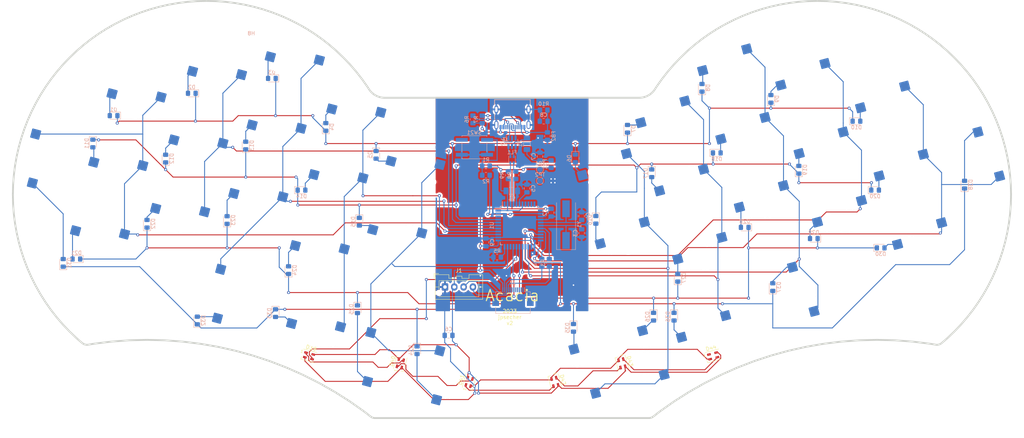
<source format=kicad_pcb>
(kicad_pcb (version 20221018) (generator pcbnew)
  (layers (0 "F.Cu" signal) (31 "B.Cu" signal) (34 "B.Paste" user) (35 "F.Paste" user) (36 "B.SilkS" user "B.Silkscreen") (37 "F.SilkS" user "F.Silkscreen") (38 "B.Mask" user) (39 "F.Mask" user) (44 "Edge.Cuts" user))
  (net 0 "")
  (net 1 "+5V")
  (net 2 "GNDD")
  (net 3 "Net-(U1-XTAL1)")
  (net 4 "Net-(U1-XTAL2)")
  (net 5 "Net-(U1-UCAP)")
  (net 6 "Net-(C7-Pad2)")
  (net 7 "GND")
  (net 8 "GNDPWR")
  (net 9 "R0")
  (net 10 "Net-(D1-A)")
  (net 11 "Net-(D2-A)")
  (net 12 "Net-(D3-A)")
  (net 13 "Net-(D4-A)")
  (net 14 "Net-(D5-A)")
  (net 15 "Net-(D6-A)")
  (net 16 "Net-(D7-A)")
  (net 17 "Net-(D8-A)")
  (net 18 "Net-(D9-A)")
  (net 19 "Net-(D10-A)")
  (net 20 "R1")
  (net 21 "Net-(D11-A)")
  (net 22 "Net-(D12-A)")
  (net 23 "Net-(D13-A)")
  (net 24 "Net-(D14-A)")
  (net 25 "Net-(D15-A)")
  (net 26 "Net-(D16-A)")
  (net 27 "Net-(D17-A)")
  (net 28 "Net-(D18-A)")
  (net 29 "Net-(D19-A)")
  (net 30 "Net-(D20-A)")
  (net 31 "R2")
  (net 32 "Net-(D21-A)")
  (net 33 "Net-(D22-A)")
  (net 34 "Net-(D23-A)")
  (net 35 "Net-(D24-A)")
  (net 36 "Net-(D25-A)")
  (net 37 "Net-(D26-A)")
  (net 38 "Net-(D27-A)")
  (net 39 "Net-(D28-A)")
  (net 40 "Net-(D29-A)")
  (net 41 "Net-(D30-A)")
  (net 42 "R3")
  (net 43 "Net-(D31-A)")
  (net 44 "Net-(D32-A)")
  (net 45 "Net-(D33-A)")
  (net 46 "Net-(D34-A)")
  (net 47 "Net-(D35-A)")
  (net 48 "Net-(D36-A)")
  (net 49 "Net-(D37-A)")
  (net 50 "Net-(D38-A)")
  (net 51 "Net-(D39-DOUT)")
  (net 52 "RGB")
  (net 53 "Net-(D40-DOUT)")
  (net 54 "Net-(D41-DOUT)")
  (net 55 "Net-(D42-DOUT)")
  (net 56 "Net-(D43-DOUT)")
  (net 57 "/VBUS")
  (net 58 "/DDD+")
  (net 59 "/DD+")
  (net 60 "/DD-")
  (net 61 "/DDD-")
  (net 62 "/SCL")
  (net 63 "/SDA")
  (net 64 "/BTN")
  (net 65 "/D+")
  (net 66 "/D-")
  (net 67 "Net-(R1-Pad2)")
  (net 68 "Net-(U1-~{RESET})")
  (net 69 "Net-(U1-~{HWB}{slash}PE2)")
  (net 70 "DDDD-")
  (net 71 "DDDD+")
  (net 72 "C0")
  (net 73 "C1")
  (net 74 "C2")
  (net 75 "C3")
  (net 76 "C4")
  (net 77 "C5")
  (net 78 "C6")
  (net 79 "C7")
  (net 80 "C8")
  (net 81 "C9")
  (net 91 "Net-(J3-CC1)")
  (net 92 "Net-(J3-CC2)")
  (net 93 "Net-(U1-PD0)")
  (net 94 "Net-(U1-PD1)")
  (footprint "LED_SMD:LED_SK6805_PLCC4_2.4x2.7mm_P1.3mm" (layer "F.Cu") (at 103 115.5 -15)
    (fp_text reference "D39")
    (fp_text value "SK6805")
  )
  (footprint "LED_SMD:LED_SK6805_PLCC4_2.4x2.7mm_P1.3mm" (layer "F.Cu") (at 169 122.5 -75)
    (fp_text reference "D42")
    (fp_text value "SK6805")
  )
  (footprint "mech-kbd:MX-Hotswap-1U" (layer "F.Cu") (at 221.1 57.9 15)
    (fp_text reference "SW18")
    (fp_text value "K")
  )
  (footprint "mech-kbd:MX-Hotswap-1U" (layer "F.Cu") (at 131.2 67.5 -15)
    (fp_text reference "SW5")
    (fp_text value "T")
  )
  (footprint "mech-kbd:MX-Hotswap-1U" (layer "F.Cu") (at 258.6 49.5 15)
    (fp_text reference "SW10")
    (fp_text value "P")
  )
  (footprint "mech-kbd:MX-Hotswap-1U" (layer "F.Cu") (at 237.193097 43.414801 15)
    (fp_text reference "SW9")
    (fp_text value "O")
  )
  (footprint "mech-kbd:MX-Hotswap-1U" (layer "F.Cu") (at 88.993097 76.185199 -15)
    (fp_text reference "SW24")
    (fp_text value "C")
  )
  (footprint "mech-kbd:MX-Hotswap-1U" (layer "F.Cu") (at 209.493097 90.114801 15)
    (fp_text reference "SW28")
    (fp_text value "N")
  )
  (footprint "mech-kbd:MX-Hotswap-1.5U" (layer "F.Cu") (at 281.985199 62.893097 -75)
    (fp_text reference "SW39")
    (fp_text value "Ent")
  )
  (footprint "mech-kbd:MX-Hotswap-1U" (layer "F.Cu") (at 77.893097 43.385199 -15)
    (fp_text reference "SW2")
    (fp_text value "W")
  )
  (footprint "mech-kbd:MX-Hotswap-1U" (layer "F.Cu") (at 105.493097 90.185199 -15)
    (fp_text reference "SW25")
    (fp_text value "V")
  )
  (footprint "mech-kbd:MX-Hotswap-1.5U" (layer "F.Cu") (at 173.5 121.2 -75)
    (fp_text reference "SW36")
    (fp_text value "Esc")
  )
  (footprint "mech-kbd:MX-Hotswap-1U" (layer "F.Cu") (at 68 80.2 -15)
    (fp_text reference "SW23")
    (fp_text value "X")
  )
  (footprint "mech-kbd:MX-Hotswap-1.5U" (layer "F.Cu") (at 33 62.906903 75)
    (fp_text reference "SW32")
    (fp_text value "Tab")
  )
  (footprint "mech-kbd:MX-Hotswap-1.5U" (layer "F.Cu") (at 122.985199 116.206903 75)
    (fp_text reference "SW26")
    (fp_text value "Sft")
  )
  (footprint "mech-kbd:MX-Hotswap-1U" (layer "F.Cu") (at 126.3 85.9 -15)
    (fp_text reference "SW15")
    (fp_text value "G")
  )
  (footprint "mech-kbd:MX-Hotswap-1U" (layer "F.Cu") (at 188.7 86 15)
    (fp_text reference "SW16")
    (fp_text value "H")
  )
  (footprint "mech-kbd:MX-Hotswap-1U" (layer "F.Cu") (at 210.493097 111.114801 15)
    (fp_text reference "SW37")
    (fp_text value "Del")
  )
  (footprint "LED_SMD:LED_SK6805_PLCC4_2.4x2.7mm_P1.3mm" (layer "F.Cu") (at 187 117.5 -75)
    (fp_text reference "D43")
    (fp_text value "SK6805")
  )
  (footprint "mech-kbd:MX-Hotswap-1U" (layer "F.Cu") (at 72.9 61.8 -15)
    (fp_text reference "SW12")
    (fp_text value "S")
  )
  (footprint "LED_SMD:LED_SK6805_PLCC4_2.4x2.7mm_P1.3mm" (layer "F.Cu") (at 146 122.5 75)
    (fp_text reference "D41")
    (fp_text value "SK6805")
  )
  (footprint "mech-kbd:MX-Hotswap-1U" (layer "F.Cu") (at 268.506903 86.185199 15)
    (fp_text reference "SW31")
    (fp_text value "Dot")
  )
  (footprint "mech-kbd:MX-Hotswap-1U" (layer "F.Cu") (at 199.6 53.5 15)
    (fp_text reference "SW7")
    (fp_text value "U")
  )
  (footprint "mech-kbd:MX-Hotswap-1.5U" (layer "F.Cu") (at 141.514801 121.093097 75)
    (fp_text reference "SW35")
    (fp_text value "AGr")
  )
  (footprint "mech-kbd:MX-Hotswap-1U" (layer "F.Cu") (at 115.3 53.5 -15)
    (fp_text reference "SW4")
    (fp_text value "R")
  )
  (footprint "mech-kbd:MX-Hotswap-1U" (layer "F.Cu") (at 104.493097 111.085199 -15)
    (fp_text reference "SW34")
    (fp_text value "L1")
  )
  (footprint "mech-kbd:MX-Hotswap-1U" (layer "F.Cu") (at 46.493097 86.185199 -15)
    (fp_text reference "SW22")
    (fp_text value "Z")
  )
  (footprint "mech-kbd:MX-Hotswap-1U" (layer "F.Cu") (at 183.893097 67.614801 15)
    (fp_text reference "SW6")
    (fp_text value "Y")
  )
  (footprint "mech-kbd:MX-Hotswap-1U" (layer "F.Cu") (at 216.193097 39.514801 15)
    (fp_text reference "SW8")
    (fp_text value "I")
  )
  (footprint "mech-kbd:MX-Hotswap-1U" (layer "F.Cu") (at 93.893097 57.785199 -15)
    (fp_text reference "SW13")
    (fp_text value "D")
  )
  (footprint "mech-kbd:MX-Hotswap-1U" (layer "F.Cu") (at 204.6 71.8 15)
    (fp_text reference "SW17")
    (fp_text value "J")
  )
  (footprint "mech-kbd:MX-Hotswap-1U" (layer "F.Cu") (at 56.3 49.4 -15)
    (fp_text reference "SW1")
    (fp_text value "Q")
  )
  (footprint "mech-kbd:MX-Hotswap-1U" (layer "F.Cu") (at 242.1 61.8 15)
    (fp_text reference "SW19")
    (fp_text value "L")
  )
  (footprint "mech-kbd:MX-Hotswap-1U" (layer "F.Cu") (at 263.6 67.8 15)
    (fp_text reference "SW20")
    (fp_text value "B")
  )
  (footprint "mech-kbd:MX-Hotswap-1U" (layer "F.Cu") (at 51.393097 67.785199 -15)
    (fp_text reference "SW11")
    (fp_text value "A")
  )
  (footprint "mech-kbd:MX-Hotswap-1.5U" (layer "F.Cu") (at 82.685199 99.206903 75)
    (fp_text reference "SW33")
    (fp_text value "Prv")
  )
  (footprint "mech-kbd:MX-Hotswap-1.5U" (layer "F.Cu") (at 191.914801 116.206903 -75)
    (fp_text reference "SW27")
    (fp_text value "Spc")
  )
  (footprint "mech-kbd:MX-Hotswap-1U" (layer "F.Cu") (at 247 80.2 15)
    (fp_text reference "SW30")
    (fp_text value "Com")
  )
  (footprint "mech-kbd:MX-Hotswap-1U" (layer "F.Cu") (at 98.793097 39.485199 -15)
    (fp_text reference "SW3")
    (fp_text value "E")
  )
  (footprint "mech-kbd:MX-Hotswap-1U" (layer "F.Cu") (at 226.06 76.2 15)
    (fp_text reference "SW29")
    (fp_text value "M")
  )
  (footprint "LED_SMD:LED_SK6805_PLCC4_2.4x2.7mm_P1.3mm" (layer "F.Cu") (at 211.5 115.5 15)
    (fp_text reference "D44")
    (fp_text value "SK6805")
  )
  (footprint "LED_SMD:LED_SK6805_PLCC4_2.4x2.7mm_P1.3mm" (layer "F.Cu") (at 127.5 117.5 75)
    (fp_text reference "D40")
    (fp_text value "SK6805")
  )
  (footprint "mech-kbd:MX-Hotswap-1U" (layer "F.Cu") (at 110.49 71.12 -15)
    (fp_text reference "SW14")
    (fp_text value "F")
  )
  (footprint "Connector_JST:JST_XA_B04B-XASK-1-A_1x04_P2.50mm_Vertical" (layer "F.Cu") (at 139.5 97)
    (fp_text reference "J1")
    (fp_text value "GroveMiniTrack")
  )
  (footprint "mech-kbd:MX-Hotswap-1.5U" (layer "F.Cu") (at 232.185199 99.193097 -75)
    (fp_text reference "SW38")
    (fp_text value "Nxt")
  )
  (footprint "Diode_SMD:D_0805_2012Metric_Pad1.15x1.40mm_HandSolder" (layer "B.Cu") (at 40.525 89.5 180)
    (fp_text reference "D21")
    (fp_text value "D")
  )
  (footprint "Crystal:Crystal_SMD_HC49-SD" (layer "B.Cu") (at 172 80.25 90)
    (fp_text reference "Y1")
    (fp_text value "16MHz")
  )
  (footprint "Diode_SMD:D_0805_2012Metric_Pad1.15x1.40mm_HandSolder" (layer "B.Cu") (at 174.5 62.475 -90)
    (fp_text reference "D6")
    (fp_text value "D")
  )
  (footprint "Resistor_SMD:R_0805_2012Metric_Pad1.20x1.40mm_HandSolder" (layer "B.Cu") (at 147 52 -90)
    (fp_text reference "R6")
    (fp_text value "5k1")
  )
  (footprint "Inductor_SMD:L_CommonModeChoke_Coilcraft_0805USB" (layer "B.Cu") (at 157.5 62.835)
    (fp_text reference "FL1")
    (fp_text value "NCC0805F900KTRF")
  )
  (footprint "Diode_SMD:D_0805_2012Metric_Pad1.15x1.40mm_HandSolder" (layer "B.Cu") (at 37 90.525 90)
    (fp_text reference "D31")
    (fp_text value "D")
  )
  (footprint "Capacitor_SMD:C_0805_2012Metric_Pad1.18x1.45mm_HandSolder" (layer "B.Cu") (at 161.5 70.5375 90)
    (fp_text reference "C5")
    (fp_text value "1µ")
  )
  (footprint "Resistor_SMD:R_0805_2012Metric_Pad1.20x1.40mm_HandSolder" (layer "B.Cu") (at 149.5 52 -90)
    (fp_text reference "R7")
    (fp_text value "5k1")
  )
  (footprint "Diode_SMD:D_0805_2012Metric_Pad1.15x1.40mm_HandSolder" (layer "B.Cu") (at 100.975 71)
    (fp_text reference "D14")
    (fp_text value "D")
  )
  (footprint "Diode_SMD:D_0805_2012Metric_Pad1.15x1.40mm_HandSolder" (layer "B.Cu") (at 116 102.975 -90)
    (fp_text reference "D25")
    (fp_text value "D")
  )
  (footprint "Diode_SMD:D_0805_2012Metric_Pad1.15x1.40mm_HandSolder" (layer "B.Cu") (at 174 107.975 -90)
    (fp_text reference "D35")
    (fp_text value "D")
  )
  (footprint "Capacitor_SMD:C_0805_2012Metric_Pad1.18x1.45mm_HandSolder" (layer "B.Cu") (at 140.4625 110 180)
    (fp_text reference "C6")
    (fp_text value "1µ")
  )
  (footprint "MountingHole:MountingHole_3.2mm_M3" (layer "B.Cu") (at 250.5 92.2 180)
    (fp_text reference "H2" hide)
    (fp_text value "MountingHole" hide)
  )
  (footprint "Diode_SMD:D_0805_2012Metric_Pad1.15x1.40mm_HandSolder" (layer "B.Cu") (at 195 66.475 -90)
    (fp_text reference "D17")
    (fp_text value "D")
  )
  (footprint "Diode_SMD:D_0805_2012Metric_Pad1.15x1.40mm_HandSolder" (layer "B.Cu") (at 202 94.525 90)
    (fp_text reference "D27")
    (fp_text value "D")
  )
  (footprint "Button_Switch_SMD:SW_SPST_EVQQ2" (layer "B.Cu") (at 147.4 59.5 180)
    (fp_text reference "SW21")
    (fp_text value "RESET")
  )
  (footprint "Diode_SMD:D_0805_2012Metric_Pad1.15x1.40mm_HandSolder" (layer "B.Cu") (at 132 113.975 -90)
    (fp_text reference "D34")
    (fp_text value "D")
  )
  (footprint "Capacitor_SMD:C_0805_2012Metric_Pad1.18x1.45mm_HandSolder" (layer "B.Cu") (at 150.5 85.0375 90)
    (fp_text reference "C9")
    (fp_text value "1µ")
  )
  (footprint "Diode_SMD:D_0805_2012Metric_Pad1.15x1.40mm_HandSolder" (layer "B.Cu") (at 44.95 58.475 -90)
    (fp_text reference "D11")
    (fp_text value "D")
  )
  (footprint "Diode_SMD:D_0805_2012Metric_Pad1.15x1.40mm_HandSolder" (layer "B.Cu") (at 86 59.025 90)
    (fp_text reference "D13")
    (fp_text value "D")
  )
  (footprint "Diode_SMD:D_0805_2012Metric_Pad1.15x1.40mm_HandSolder" (layer "B.Cu") (at 50.525 51 180)
    (fp_text reference "D1")
    (fp_text value "D")
  )
  (footprint "Resistor_SMD:R_0805_2012Metric_Pad1.20x1.40mm_HandSolder" (layer "B.Cu") (at 168 64 -90)
    (fp_text reference "FB1")
    (fp_text value "120")
  )
  (footprint "Diode_SMD:D_0805_2012Metric_Pad1.15x1.40mm_HandSolder" (layer "B.Cu") (at 249.975 52.5)
    (fp_text reference "D10")
    (fp_text value "D")
  )
  (footprint "Diode_SMD:D_0805_2012Metric_Pad1.15x1.40mm_HandSolder" (layer "B.Cu") (at 116.5 79.475 -90)
    (fp_text reference "D15")
    (fp_text value "D")
  )
  (footprint "Resistor_SMD:R_0805_2012Metric_Pad1.20x1.40mm_HandSolder" (layer "B.Cu") (at 153.5 89 180)
    (fp_text reference "R5")
    (fp_text value "10k")
  )
  (footprint "Resistor_SMD:R_0805_2012Metric_Pad1.20x1.40mm_HandSolder" (layer "B.Cu") (at 166 49.5 180)
    (fp_text reference "R10")
    (fp_text value "1M")
  )
  (footprint "Diode_SMD:D_0805_2012Metric_Pad1.15x1.40mm_HandSolder" (layer "B.Cu") (at 227.5 97.025 90)
    (fp_text reference "D37")
    (fp_text value "D")
  )
  (footprint "MountingHole:MountingHole_3.2mm_M3" (layer "B.Cu") (at 87.5 33.1 180)
    (fp_text reference "H8")
    (fp_text value "MountingHole")
  )
  (footprint "Capacitor_SMD:C_0805_2012Metric_Pad1.18x1.45mm_HandSolder" (layer "B.Cu") (at 176.2 82.5375 -90)
    (fp_text reference "C3")
    (fp_text value "22p")
  )
  (footprint "Capacitor_SMD:C_1206_3216Metric_Pad1.33x1.80mm_HandSolder" (layer "B.Cu") (at 157.4375 71.2)
    (fp_text reference "C1")
    (fp_text value "1µ")
  )
  (footprint "MountingHole:MountingHole_3.2mm_M3" (layer "B.Cu") (at 227.5 33.2 180)
    (fp_text reference "H3" hide)
    (fp_text value "MountingHole" hide)
  )
  (footprint "Diode_SMD:D_0805_2012Metric_Pad1.15x1.40mm_HandSolder" (layer "B.Cu") (at 234.5 65.525 90)
    (fp_text reference "D19")
    (fp_text value "D")
  )
  (footprint "Capacitor_SMD:C_0805_2012Metric_Pad1.18x1.45mm_HandSolder" (layer "B.Cu") (at 176.2 77.9625 90)
    (fp_text reference "C4")
    (fp_text value "22p")
  )
  (footprint "Capacitor_SMD:C_0805_2012Metric_Pad1.18x1.45mm_HandSolder" (layer "B.Cu") (at 166 52.5 180)
    (fp_text reference "C8")
    (fp_text value "22p")
  )
  (footprint "Diode_SMD:D_0805_2012Metric_Pad1.15x1.40mm_HandSolder" (layer "B.Cu") (at 71.525 45 180)
    (fp_text reference "D2")
    (fp_text value "D")
  )
  (footprint "MountingHole:MountingHole_3.2mm_M3" (layer "B.Cu") (at 42.5 51.1 180)
    (fp_text reference "H10" hide)
    (fp_text value "MountingHole" hide)
  )
  (footprint "Diode_SMD:D_0805_2012Metric_Pad1.15x1.40mm_HandSolder" (layer "B.Cu") (at 188.5 54.525 90)
    (fp_text reference "D7")
    (fp_text value "D")
  )
  (footprint "MountingHole:MountingHole_3.2mm_M3" (layer "B.Cu") (at 181.5 54.2 180)
    (fp_text reference "H5" hide)
    (fp_text value "MountingHole" hide)
  )
  (footprint "Capacitor_SMD:C_0805_2012Metric_Pad1.18x1.45mm_HandSolder" (layer "B.Cu") (at 165 61.9625 -90)
    (fp_text reference "C7")
    (fp_text value "4µ7")
  )
  (footprint "Capacitor_SMD:C_0805_2012Metric_Pad1.18x1.45mm_HandSolder" (layer "B.Cu") (at 168 77.0375 -90)
    (fp_text reference "C2")
    (fp_text value "1µ")
  )
  (footprint "Resistor_SMD:R_0805_2012Metric_Pad1.20x1.40mm_HandSolder" (layer "B.Cu") (at 158.5 67 -90)
    (fp_text reference "R8")
    (fp_text value "22")
  )
  (footprint "Diode_SMD:D_0805_2012Metric_Pad1.15x1.40mm_HandSolder" (layer "B.Cu") (at 59.5 80.025 90)
    (fp_text reference "D22")
    (fp_text value "D")
  )
  (footprint "Resistor_SMD:R_0805_2012Metric_Pad1.20x1.40mm_HandSolder" (layer "B.Cu") (at 167 56.5 90)
    (fp_text reference "FB2")
    (fp_text value "120")
  )
  (footprint "Resistor_SMD:R_0805_2012Metric_Pad1.20x1.40mm_HandSolder" (layer "B.Cu") (at 150.5 64.5 180)
    (fp_text reference "R1")
    (fp_text value "10k")
  )
  (footprint "Diode_SMD:D_0805_2012Metric_Pad1.15x1.40mm_HandSolder" (layer "B.Cu") (at 201 104.975 -90)
    (fp_text reference "D36")
    (fp_text value "D")
  )
  (footprint "MountingHole:MountingHole_3.2mm_M3" (layer "B.Cu") (at 133.5 54.2 180)
    (fp_text reference "H6" hide)
    (fp_text value "MountingHole" hide)
  )
  (footprint "MountingHole:MountingHole_3.2mm_M3" (layer "B.Cu") (at 272.5 51.1 180)
    (fp_text reference "H1" hide)
    (fp_text value "MountingHole" hide)
  )
  (footprint "Diode_SMD:D_0805_2012Metric_Pad1.15x1.40mm_HandSolder" (layer "B.Cu") (at 227 46.5 90)
    (fp_text reference "D9")
    (fp_text value "D")
  )
  (footprint "Diode_SMD:D_0805_2012Metric_Pad1.15x1.40mm_HandSolder" (layer "B.Cu") (at 97.5 92.475 90)
    (fp_text reference "D24")
    (fp_text value "D")
  )
  (footprint "Diode_SMD:D_0805_2012Metric_Pad1.15x1.40mm_HandSolder" (layer "B.Cu") (at 238.525 84 180)
    (fp_text reference "D29")
    (fp_text value "D")
  )
  (footprint "Resistor_SMD:R_0805_2012Metric_Pad1.20x1.40mm_HandSolder" (layer "B.Cu") (at 156.5 67 -90)
    (fp_text reference "R9")
    (fp_text value "22")
  )
  (footprint "Diode_SMD:D_0805_2012Metric_Pad1.15x1.40mm_HandSolder" (layer "B.Cu") (at 212.475 61)
    (fp_text reference "D18")
    (fp_text value "D")
  )
  (footprint "Package_QFP:TQFP-44_10x10mm_P0.8mm" (layer "B.Cu") (at 159.5 80.5 -90)
    (fp_text reference "U1")
    (fp_text value "ATmega32U4-A")
  )
  (footprint "Diode_SMD:D_0805_2012Metric_Pad1.15x1.40mm_HandSolder" (layer "B.Cu") (at 180 78.975 -90)
    (fp_text reference "D16")
    (fp_text value "D")
  )
  (footprint "Diode_SMD:D_0805_2012Metric_Pad1.15x1.40mm_HandSolder" (layer "B.Cu") (at 94 104.025 -90)
    (fp_text reference "D33")
    (fp_text value "D")
  )
  (footprint "Package_TO_SOT_SMD:SOT-23-6" (layer "B.Cu") (at 157.5 58.1375 -90)
    (fp_text reference "U2")
    (fp_text value "USBLC6-2SC6")
  )
  (footprint "mech-kbd:GCT_USB4105-GF-A" (layer "B.Cu") (at 157.61 49.32)
    (fp_text reference "J3")
    (fp_text value "USB4105-GF-A-060")
  )
  (footprint "Diode_SMD:D_0805_2012Metric_Pad1.15x1.40mm_HandSolder" (layer "B.Cu") (at 93.025 41 180)
    (fp_text reference "D3")
    (fp_text value "D")
  )
  (footprint "MountingHole:MountingHole_3.2mm_M3" (layer "B.Cu") (at 64.5 92.2 180)
    (fp_text reference "H9" hide)
    (fp_text value "MountingHole" hide)
  )
  (footprint "Diode_SMD:D_0805_2012Metric_Pad1.15x1.40mm_HandSolder" (layer "B.Cu") (at 279 69.525 90)
    (fp_text reference "D38")
    (fp_text value "D")
  )
  (footprint "Diode_SMD:D_0805_2012Metric_Pad1.15x1.40mm_HandSolder" (layer "B.Cu") (at 107.5 54.025 90)
    (fp_text reference "D4")
    (fp_text value "D")
  )
  (footprint "Diode_SMD:D_0805_2012Metric_Pad1.15x1.40mm_HandSolder" (layer "B.Cu") (at 254.975 71)
    (fp_text reference "D20")
    (fp_text value "D")
  )
  (footprint "Resistor_SMD:R_0805_2012Metric_Pad1.20x1.40mm_HandSolder" (layer "B.Cu") (at 167.5 90.5 -90)
    (fp_text reference "R3")
    (fp_text value "22")
  )
  (footprint "Diode_SMD:D_0805_2012Metric_Pad1.15x1.40mm_HandSolder" (layer "B.Cu") (at 121 61.525 -90)
    (fp_text reference "D5")
    (fp_text value "D")
  )
  (footprint "Diode_SMD:D_0805_2012Metric_Pad1.15x1.40mm_HandSolder" (layer "B.Cu") (at 73 106 90)
    (fp_text reference "D32")
    (fp_text value "D")
  )
  (footprint "Diode_SMD:D_0805_2012Metric_Pad1.15x1.40mm_HandSolder" (layer "B.Cu") (at 81 79.025 90)
    (fp_text reference "D23")
    (fp_text value "D")
  )
  (footprint "TestPoint:TestPoint_Pad_D1.5mm" (layer "B.Cu") (at 165 68.5 180)
    (fp_text reference "TP2")
    (fp_text value "GNDD")
  )
  (footprint "Connector_FFC-FPC:Hirose_FH12-12S-0.5SH_1x12-1MP_P0.50mm_Horizontal" (layer "B.Cu") (at 157.75 99.6 180)
    (fp_text reference "J2")
    (fp_text value "TM040040")
  )
  (footprint "Diode_SMD:D_0805_2012Metric_Pad1.15x1.40mm_HandSolder" (layer "B.Cu") (at 219.975 81 180)
    (fp_text reference "D28")
    (fp_text value "D")
  )
  (footprint "Diode_SMD:D_0805_2012Metric_Pad1.15x1.40mm_HandSolder" (layer "B.Cu") (at 256.475 86.5)
    (fp_text reference "D30")
    (fp_text value "D")
  )
  (footprint "Resistor_SMD:R_0805_2012Metric_Pad1.20x1.40mm_HandSolder" (layer "B.Cu") (at 150.5 67)
    (fp_text reference "R2")
    (fp_text value "22")
  )
  (footprint "MountingHole:MountingHole_3.2mm_M3" (layer "B.Cu") (at 121.5 127.2 180)
    (fp_text reference "H7" hide)
    (fp_text value "MountingHole" hide)
  )
  (footprint "Diode_SMD:D_0805_2012Metric_Pad1.15x1.40mm_HandSolder" (layer "B.Cu") (at 208.5 43.525 90)
    (fp_text reference "D8")
    (fp_text value "D")
  )
  (footprint "TestPoint:TestPoint_Pad_D1.5mm" (layer "B.Cu") (at 165 65.5 180)
    (fp_text reference "TP1")
    (fp_text value "5V")
  )
  (footprint "Resistor_SMD:R_0805_2012Metric_Pad1.20x1.40mm_HandSolder" (layer "B.Cu") (at 165.5 90.5 -90)
    (fp_text reference "R4")
    (fp_text value "22")
  )
  (footprint "Diode_SMD:D_0805_2012Metric_Pad1.15x1.40mm_HandSolder" (layer "B.Cu") (at 64.5 62.525 90)
    (fp_text reference "D12")
    (fp_text value "D")
  )
  (footprint "Diode_SMD:D_0805_2012Metric_Pad1.15x1.40mm_HandSolder" (layer "B.Cu") (at 195.5 104.975 -90)
    (fp_text reference "D26")
    (fp_text value "D")
  )
  (footprint "MountingHole:MountingHole_3.2mm_M3" (layer "B.Cu") (at 193.5 127.2 180)
    (fp_text reference "H4" hide)
    (fp_text value "MountingHole" hide)
  )
  (footprint "Resistor_SMD:R_1206_3216Metric_Pad1.30x1.75mm_HandSolder" (layer "B.Cu") (at 161.5 58.55 -90)
    (fp_text reference "F1")
    (fp_text value "350mA")
  )
  (gr_poly (pts (xy 242.031399 20.262996) (xy 244.576611 20.451) (xy 247.109906 20.762996) (xy 249.62431 21.200008) (xy 252.114804 21.758999) (xy 254.574216 22.439998) (xy 256.997799 23.240001) (xy 259.37901 24.159008) (xy 261.712002 25.193004) (xy 263.992001 26.340007) (xy 266.212002 27.598003) (xy 268.369015 28.964) (xy 270.455014 30.432994) (xy 272.468014 32.003994) (xy 274.400006 33.671001) (xy 276.248013 35.430996) (xy 278.008008 37.279003) (xy 279.675 39.210995) (xy 281.245984 41.223995) (xy 282.714978 43.309993) (xy 284.081006 45.467006) (xy 285.339001 47.687008) (xy 286.485974 49.966999) (xy 287.51997 52.299999) (xy 288.438977 54.681003) (xy 289.238995 57.104999) (xy 289.919995 59.563999) (xy 290.478985 62.055004) (xy 290.915997 64.569004) (xy 291.227978 67.102001) (xy 291.415997 69.647999) (xy 291.477978 72.199001) (xy 291.415997 74.750003) (xy 291.227978 77.295604) (xy 290.915997 79.828899) (xy 290.478985 82.343303) (xy 289.919995 84.833805) (xy 289.238995 87.2933) (xy 288.438977 89.7168) (xy 287.51997 92.097904) (xy 286.485974 94.431202) (xy 285.339001 96.710903) (xy 284.081006 98.931499) (xy 282.714978 101.087902) (xy 281.245984 103.174404) (xy 279.675 105.186504) (xy 278.008008 107.119098) (xy 276.248013 108.967502) (xy 274.400006 110.727299) (xy 272.840008 112.072597) (xy 272.762997 112.132702) (xy 272.683011 112.189304) (xy 272.600003 112.241901) (xy 272.515011 112.290096) (xy 272.426999 112.334301) (xy 272.337002 112.374096) (xy 272.245999 112.409404) (xy 272.153012 112.440105) (xy 272.058011 112.466304) (xy 271.962002 112.487804) (xy 271.866009 112.504497) (xy 271.769009 112.516506) (xy 271.67001 112.5238) (xy 271.57301 112.526203) (xy 271.475003 112.5238) (xy 271.377011 112.516506) (xy 271.279019 112.504497) (xy 269.981015 112.279201) (xy 269.738003 112.243206) (xy 265.208005 111.684398) (xy 264.964017 111.660404) (xy 260.411007 111.324604) (xy 260.166012 111.312603) (xy 255.602719 111.200504) (xy 255.357297 111.200504) (xy 250.793805 111.312603) (xy 250.54881 111.324604) (xy 245.996518 111.660404) (xy 245.752209 111.684398) (xy 241.222211 112.243099) (xy 240.979397 112.279201) (xy 236.481808 113.059597) (xy 236.241116 113.107502) (xy 231.787198 114.107601) (xy 231.549206 114.167202) (xy 227.150006 115.384701) (xy 226.915097 115.455898) (xy 222.580807 116.887798) (xy 222.349698 116.970402) (xy 218.090909 118.6133) (xy 217.864102 118.707203) (xy 213.691312 120.556896) (xy 213.46951 120.6618) (xy 209.39201 122.714199) (xy 209.17561 122.829906) (xy 205.203808 125.079906) (xy 204.993313 125.206096) (xy 201.137204 127.647899) (xy 200.933102 127.784298) (xy 197.200909 130.412799) (xy 197.003811 130.559002) (xy 195.408307 131.804103) (xy 195.328 131.860698) (xy 195.245007 131.913204) (xy 195.159909 131.961498) (xy 195.072201 132.005596) (xy 194.982403 132.045406) (xy 194.890713 132.080806) (xy 194.798001 132.1114) (xy 194.703305 132.1376) (xy 194.607403 132.159099) (xy 194.511105 132.1758) (xy 194.413708 132.187801) (xy 194.315411 132.195102) (xy 194.156399 132.199001) (xy 120.803616 132.199001) (xy 120.644612 132.195102) (xy 120.546315 132.187801) (xy 120.448918 132.1758) (xy 120.35262 132.159099) (xy 120.256718 132.1376) (xy 120.162014 132.1114) (xy 120.06931 132.080806) (xy 119.97762 132.045406) (xy 119.887814 132.005596) (xy 119.800114 131.961498) (xy 119.715016 131.913204) (xy 119.632016 131.860698) (xy 119.551716 131.804103) (xy 117.956212 130.559002) (xy 117.759114 130.412799) (xy 114.026921 127.784298) (xy 113.822819 127.647899) (xy 109.96671 125.206096) (xy 109.756215 125.079906) (xy 105.784413 122.829906) (xy 105.568013 122.714199) (xy 101.490513 120.6618) (xy 101.268712 120.556896) (xy 97.095913 118.707203) (xy 96.869115 118.6133) (xy 92.610318 116.970402) (xy 92.379216 116.887798) (xy 88.044919 115.455898) (xy 87.810017 115.384701) (xy 83.41082 114.167202) (xy 83.172822 114.107601) (xy 78.718919 113.107502) (xy 78.478219 113.059597) (xy 73.980622 112.279201) (xy 73.737816 112.243099) (xy 69.207818 111.684398) (xy 68.963517 111.660404) (xy 64.411217 111.324604) (xy 64.166222 111.312603) (xy 59.602723 111.200504) (xy 59.357316 111.200504) (xy 54.794024 111.312603) (xy 54.549021 111.324604) (xy 49.99602 111.660404) (xy 49.752024 111.684398) (xy 45.222018 112.243206) (xy 44.979022 112.279201) (xy 43.681018 112.504497) (xy 43.583018 112.516506) (xy 43.485018 112.5238) (xy 43.387019 112.526203) (xy 43.290019 112.5238) (xy 43.19102 112.516506) (xy 43.09402 112.504497) (xy 42.998019 112.487804) (xy 42.902018 112.466304) (xy 42.807025 112.440105) (xy 42.714022 112.409404) (xy 42.623019 112.374096) (xy 42.533023 112.334301) (xy 42.445018 112.290096) (xy 42.360018 112.241901) (xy 42.277018 112.189304) (xy 42.197024 112.132702) (xy 42.12002 112.072597) (xy 40.560023 110.727299) (xy 38.712024 108.967502) (xy 36.952022 107.119098) (xy 35.285022 105.186504) (xy 33.714023 103.174404) (xy 32.245021 101.087902) (xy 30.879025 98.931499) (xy 29.621021 96.710903) (xy 28.474026 94.431202) (xy 27.44003 92.097904) (xy 26.521023 89.7168) (xy 25.72102 87.2933) (xy 25.04002 84.833805) (xy 24.48103 82.343303) (xy 24.044018 79.828899) (xy 23.732022 77.295604) (xy 23.544018 74.750003) (xy 23.482022 72.199001) (xy 23.544018 69.647999) (xy 23.732022 67.102001) (xy 24.044018 64.569004) (xy 24.48103 62.055004) (xy 25.04002 59.563999) (xy 25.72102 57.104999) (xy 26.521023 54.681003) (xy 27.44003 52.299999) (xy 28.474026 49.966999) (xy 29.621021 47.687008) (xy 30.879025 45.467006) (xy 32.245021 43.309993) (xy 33.714023 41.223995) (xy 35.285022 39.210995) (xy 36.952022 37.279003) (xy 38.712024 35.430996) (xy 40.560023 33.671001) (xy 42.492022 32.003994) (xy 44.505023 30.432994) (xy 46.591021 28.964) (xy 48.748019 27.598003) (xy 50.96802 26.340007) (xy 53.248019 25.193004) (xy 55.581017 24.159008) (xy 57.96222 23.240001) (xy 60.385819 22.439998) (xy 62.845215 21.758999) (xy 65.335717 21.200008) (xy 67.850121 20.762996) (xy 70.383416 20.451) (xy 72.92862 20.262996) (xy 75.480019 20.201) (xy 78.031418 20.262996) (xy 80.576623 20.451) (xy 83.109917 20.762996) (xy 85.624322 21.200008) (xy 88.114819 21.758999) (xy 90.574315 22.439998) (xy 92.997815 23.240001) (xy 95.378911 24.159008) (xy 97.712216 25.193004) (xy 99.991917 26.340007) (xy 102.212514 27.598003) (xy 104.368916 28.964) (xy 106.455418 30.432994) (xy 108.467518 32.003994) (xy 110.40012 33.671001) (xy 112.248517 35.430996) (xy 114.008321 37.279003) (xy 115.675313 39.210995) (xy 117.24561 41.223995) (xy 118.715314 43.309993) (xy 119.072217 43.874004) (xy 119.280415 44.178005) (xy 119.431416 44.370998) (xy 119.59171 44.557003) (xy 119.760914 44.734997) (xy 119.93871 44.904003) (xy 120.124516 45.064006) (xy 120.318013 45.215007) (xy 120.51862 45.355999) (xy 120.725911 45.488003) (xy 120.939518 45.609005) (xy 121.158711 45.719005) (xy 121.383015 45.818004) (xy 121.612019 45.906994) (xy 121.845021 45.984005) (xy 122.081517 46.049007) (xy 122.321019 46.103008) (xy 122.562817 46.145) (xy 122.806416 46.174999) (xy 123.051114 46.193004) (xy 123.296513 46.199001) (xy 191.66351 46.199001) (xy 192.031308 46.184994) (xy 192.275601 46.161007) (xy 192.518307 46.124996) (xy 192.758999 46.077999) (xy 192.997113 46.018001) (xy 193.2319 45.947002) (xy 193.463009 45.863994) (xy 193.689709 45.77) (xy 193.911603 45.665004) (xy 194.128003 45.549007) (xy 194.338513 45.423) (xy 194.542599 45.286998) (xy 194.739712 45.141002) (xy 194.92941 44.984997) (xy 195.111203 44.820003) (xy 195.284802 44.646999) (xy 195.449612 44.465008) (xy 195.605313 44.275005) (xy 195.751507 44.077999) (xy 195.887814 43.874004) (xy 196.244717 43.309993) (xy 197.714413 41.223995) (xy 199.284711 39.210995) (xy 200.951703 37.279003) (xy 202.711514 35.430996) (xy 204.559903 33.671001) (xy 206.492505 32.003994) (xy 208.504605 30.432994) (xy 210.591107 28.964) (xy 212.74751 27.598003) (xy 214.968106 26.340007) (xy 217.2478 25.193004) (xy 219.581113 24.159008) (xy 221.962216 23.240001) (xy 224.385708 22.439998) (xy 226.845212 21.758999) (xy 229.335705 21.200008) (xy 231.85011 20.762996) (xy 234.383404 20.451) (xy 236.928616 20.262996) (xy 239.480008 20.201)) (stroke (width 0.5)) (fill none) (layer "Edge.Cuts"))
  (gr_text "2023\njpsecher\nv2" (at 156.9 105.1) (layer "F.SilkS") (effects (font (size 1 1))))
  (gr_text "Acacia" (at 157.6 99.3) (layer "F.SilkS") (effects (font (size 3 3) (thickness 0.3))))
  (segment (start 169.886671 123.662578) (end 169.886671 123.297693) (width 0.25) (layer "F.Cu") (net 1))
  (segment (start 157.5 76) (end 166.502876 76) (width 0.25) (layer "F.Cu") (net 1))
  (segment (start 212.815331 114.613329) (end 212.297693 114.613329) (width 0.25) (layer "F.Cu") (net 1))
  (segment (start 188 119.5) (end 187.886671 119.386671) (width 0.25) (layer "F.Cu") (net 1))
  (segment (start 157.5 76) (end 150 76) (width 0.25) (layer "F.Cu") (net 1))
  (segment (start 170.802629 124.213651) (end 183.286349 124.213651) (width 0.25) (layer "F.Cu") (net 1))
  (segment (start 150 76) (end 149 77) (width 0.25) (layer "F.Cu") (net 1))
  (segment (start 166.502876 76) (end 166.504866 75.99801) (width 0.25) (layer "F.Cu") (net 1))
  (segment (start 213.519767 116.16402) (end 213.519767 115.317765) (width 0.25) (layer "F.Cu") (net 1))
  (segment (start 160.5 65.50001) (end 157.5 65.50001) (width 0.25) (layer "F.Cu") (net 1))
  (segment (start 183.286349 124.213651) (end 188 119.5) (width 0.25) (layer "F.Cu") (net 1))
  (segment (start 128 115.5) (end 127.996809 115.5) (width 0.25) (layer "F.Cu") (net 1))
  (segment (start 124.603128 113.838003) (end 127.130967 116.365842) (width 0.25) (layer "F.Cu") (net 1))
  (segment (start 148.5 125.5) (end 168.049249 125.5) (width 0.25) (layer "F.Cu") (net 1))
  (segment (start 213.519767 115.317765) (end 212.815331 114.613329) (width 0.25) (layer "F.Cu") (net 1))
  (segment (start 145.630967 120.369033) (end 146 120) (width 0.25) (layer "F.Cu") (net 1))
  (segment (start 160.5 65.50001) (end 154.50001 65.50001) (width 0.25) (layer "F.Cu") (net 1))
  (segment (start 154.50001 65.50001) (end 154.5 65.5) (width 0.25) (layer "F.Cu") (net 1))
  (segment (start 157.5 65.50001) (end 157.5 76) (width 0.25) (layer "F.Cu") (net 1))
  (segment (start 131 112.5) (end 142.5 112.5) (width 0.25) (layer "F.Cu") (net 1))
  (segment (start 187.886671 118.297693) (end 189.476884 119.887906) (width 0.25) (layer "F.Cu") (net 1))
  (segment (start 168.049249 125.5) (end 169.886671 123.662578) (width 0.25) (layer "F.Cu") (net 1))
  (segment (start 149 77) (end 149 86) (width 0.25) (layer "F.Cu") (net 1))
  (segment (start 146 116) (end 146 120) (width 0.25) (layer "F.Cu") (net 1))
  (segment (start 189.476884 119.887906) (end 209.795881 119.887906) (width 0.25) (layer "F.Cu") (net 1))
  (segment (start 149 92.5) (end 149 86) (width 0.25) (layer "F.Cu") (net 1))
  (segment (start 127.996809 115.5) (end 127.130967 116.365842) (width 0.25) (layer "F.Cu") (net 1))
  (segment (start 122.003968 113.838003) (end 124.603128 113.838003) (width 0.25) (layer "F.Cu") (net 1))
  (segment (start 187.886671 119.386671) (end 187.886671 118.297693) (width 0.25) (layer "F.Cu") (net 1))
  (segment (start 120.711004 115.130967) (end 122.003968 113.838003) (width 0.25) (layer "F.Cu") (net 1))
  (segment (start 209.795881 119.887906) (end 213.519767 116.16402) (width 0.25) (layer "F.Cu") (net 1))
  (segment (start 104.134158 115.130967) (end 120.711004 115.130967) (width 0.25) (layer "F.Cu") (net 1))
  (segment (start 169.886671 123.297693) (end 170.802629 124.213651) (width 0.25) (layer "F.Cu") (net 1))
  (segment (start 145.630967 121.365842) (end 145.630967 120.369033) (width 0.25) (layer "F.Cu") (net 1))
  (segment (start 128 115.5) (end 131 112.5) (width 0.25) (layer "F.Cu") (net 1))
  (segment (start 142.5 112.5) (end 146 116) (width 0.25) (layer "F.Cu") (net 1))
  (via (at 149 92.5) (size 0.8) (drill 0.4) (layers "F.Cu" "B.Cu") (net 1))
  (via (at 166.504866 75.99801) (size 0.8) (drill 0.4) (layers "F.Cu" "B.Cu") (net 1))
  (via (at 154.5 65.5) (size 0.8) (drill 0.4) (layers "F.Cu" "B.Cu") (net 1))
  (via (at 142.5 112.5) (size 0.8) (drill 0.4) (layers "F.Cu" "B.Cu") (net 1))
  (via (at 149 86) (size 0.8) (drill 0.4) (layers "F.Cu" "B.Cu") (net 1))
  (via (at 160.5 65.50001) (size 0.8) (drill 0.4) (layers "F.Cu" "B.Cu") (net 1))
  (via (at 146 120) (size 0.8) (drill 0.4) (layers "F.Cu" "B.Cu") (net 1))
  (via (at 148.5 125.5) (size 0.8) (drill 0.4) (layers "F.Cu" "B.Cu") (net 1))
  (segment (start 168 65) (end 161.00001 65) (width 0.25) (layer "B.Cu") (net 1))
  (segment (start 160.3 75.7) (end 159.5 76.5) (width 0.25) (layer "B.Cu") (net 1))
  (segment (start 146 120) (end 148.5 122.5) (width 0.25) (layer "B.Cu") (net 1))
  (segment (start 156.3 76.5) (end 156 76.5) (width 0.25) (layer "B.Cu") (net 1))
  (segment (start 159.5 76.5) (end 156.3 76.5) (width 0.25) (layer "B.Cu") (net 1))
  (segment (start 148.5 122.5) (end 148.5 125.5) (width 0.25) (layer "B.Cu") (net 1))
  (segment (start 141.5 111.5) (end 142.5 112.5) (width 0.25) (layer "B.Cu") (net 1))
  (segment (start 153.5 64.5) (end 154.5 65.5) (width 0.25) (layer "B.Cu") (net 1))
  (segment (start 155.875 71.2) (end 156.3 71.625) (width 0.25) (layer "B.Cu") (net 1))
  (segment (start 151.5 92.5) (end 149 92.5) (width 0.25) (layer "B.Cu") (net 1))
  (segment (start 160.3 74.8) (end 160.3 75.7) (width 0.25) (layer "B.Cu") (net 1))
  (segment (start 161.00001 65) (end 160.5 65.50001) (width 0.25) (layer "B.Cu") (net 1))
  (segment (start 156 76.5) (end 153.8 76.5) (width 0.25) (layer "B.Cu") (net 1))
  (segment (start 154.7 71.2) (end 154.5 71) (width 0.25) (layer "B.Cu") (net 1))
  (segment (start 141.5 110) (end 141.5 111.5) (width 0.25) (layer "B.Cu") (net 1))
  (segment (start 166.5 78) (end 166.4 78.1) (width 0.25) (layer "B.Cu") (net 1))
  (segment (start 150.425 86) (end 150.5 86.075) (width 0.25) (layer "B.Cu") (net 1))
  (segment (start 156 76.5) (end 156.5 76.5) (width 0.25) (layer "B.Cu") (net 1))
  (segment (start 168 76) (end 167.974663 76) (width 0.25) (layer "B.Cu") (net 1))
  (segment (start 155.875 71.2) (end 154.7 71.2) (width 0.25) (layer "B.Cu") (net 1))
  (segment (start 142 92.5) (end 142 97) (width 0.25) (layer "B.Cu") (net 1))
  (segment (start 153.5 86) (end 150.5 86) (width 0.25) (layer "B.Cu") (net 1))
  (segment (start 154.5 65.5) (end 154.5 71) (width 0.25) (layer "B.Cu") (net 1))
  (segment (start 162.7 84.7) (end 162.7 86.2) (width 0.25) (layer "B.Cu") (net 1))
  (segment (start 156 84.5) (end 160 84.5) (width 0.25) (layer "B.Cu") (net 1))
  (segment (start 155 96) (end 151.5 92.5) (width 0.25) (layer "B.Cu") (net 1))
  (segment (start 156.3 76.5) (end 156.3 75.55) (width 0.25) (layer "B.Cu") (net 1))
  (segment (start 141.5 110) (end 141.5 97.5) (width 0.25) (layer "B.Cu") (net 1))
  (segment (start 156.3 71.625) (end 156.3 74.8) (width 0.25) (layer "B.Cu") (net 1))
  (segment (start 156 84.5) (end 153.8 84.5) (width 0.25) (layer "B.Cu") (net 1))
  (segment (start 155 97.75) (end 155 96) (width 0.25) (layer "B.Cu") (net 1))
  (segment (start 141.5 97.5) (end 142 97) (width 0.25) (layer "B.Cu") (net 1))
  (segment (start 151.5 64.5) (end 153.5 64.5) (width 0.25) (layer "B.Cu") (net 1))
  (segment (start 162.5 84.5) (end 162.7 84.7) (width 0.25) (layer "B.Cu") (net 1))
  (segment (start 167.99801 75.99801) (end 168 76) (width 0.25) (layer "B.Cu") (net 1))
  (segment (start 156.3 74.8) (end 156.3 75.55) (width 0.25) (layer "B.Cu") (net 1))
  (segment (start 166.5 77.474663) (end 166.5 78) (width 0.25) (layer "B.Cu") (net 1))
  (segment (start 166.4 78.1) (end 165.2 78.1) (width 0.25) (layer "B.Cu") (net 1))
  (segment (start 166.504866 75.99801) (end 167.99801 75.99801) (width 0.25) (layer "B.Cu") (net 1))
  (segment (start 153.8 85.7) (end 153.5 86) (width 0.25) (layer "B.Cu") (net 1))
  (segment (start 167.974663 76) (end 166.5 77.474663) (width 0.25) (layer "B.Cu") (net 1))
  (segment (start 160 84.5) (end 162.5 84.5) (width 0.25) (layer "B.Cu") (net 1))
  (segment (start 153.8 84.5) (end 153.8 85.7) (width 0.25) (layer "B.Cu") (net 1))
  (segment (start 149 92.5) (end 142 92.5) (width 0.25) (layer "B.Cu") (net 1))
  (segment (start 149 86) (end 150.425 86) (width 0.25) (layer "B.Cu") (net 1))
  (segment (start 186.113329 116.184669) (end 188.553673 113.744325) (width 0.25) (layer "F.Cu") (net 2))
  (segment (start 124.163485 122.339706) (end 107.339706 122.339706) (width 0.25) (layer "F.Cu") (net 2))
  (segment (start 167.86838 121.947256) (end 168.113329 121.702307) (width 0.25) (layer "F.Cu") (net 2))
  (segment (start 149.052744 121.947256) (end 167.86838 121.947256) (width 0.25) (layer "F.Cu") (net 2))
  (segment (start 101.865842 116.865842) (end 101.865842 115.869033) (width 0.25) (layer "F.Cu") (net 2))
  (segment (start 127.869033 118.634158) (end 124.163485 122.339706) (width 0.25) (layer "F.Cu") (net 2))
  (segment (start 127.869033 118.634158) (end 136.460775 127.2259) (width 0.25) (layer "F.Cu") (net 2))
  (segment (start 186.113329 116.702307) (end 186.113329 116.184669) (width 0.25) (layer "F.Cu") (net 2))
  (segment (start 136.460775 127.2259) (end 145.7741 127.2259) (width 0.25) (layer "F.Cu") (net 2))
  (segment (start 209.886671 116.386671) (end 210.702307 116.386671) (width 0.25) (layer "F.Cu") (net 2))
  (segment (start 183.984536 118.8311) (end 186.113329 116.702307) (width 0.25) (layer "F.Cu") (net 2))
  (segment (start 145.7741 127.2259) (end 147.5 125.5) (width 0.25) (layer "F.Cu") (net 2))
  (segment (start 168.113329 121.702307) (end 168.113329 121.184669) (width 0.25) (layer "F.Cu") (net 2))
  (segment (start 168.113329 121.184669) (end 170.466898 118.8311) (width 0.25) (layer "F.Cu") (net 2))
  (segment (start 147.365842 123.634158) (end 149.052744 121.947256) (width 0.25) (layer "F.Cu") (net 2))
  (segment (start 170.466898 118.8311) (end 183.984536 118.8311) (width 0.25) (layer "F.Cu") (net 2))
  (segment (start 188.553673 113.744325) (end 207.244325 113.744325) (width 0.25) (layer "F.Cu") (net 2))
  (segment (start 107.339706 122.339706) (end 101.865842 116.865842) (width 0.25) (layer "F.Cu") (net 2))
  (segment (start 207.244325 113.744325) (end 209.886671 116.386671) (width 0.25) (layer "F.Cu") (net 2))
  (segment (start 146.369033 123.634158) (end 147.365842 123.634158) (width 0.25) (layer "F.Cu") (net 2))
  (via (at 169 68) (size 0.8) (drill 0.4) (layers "F.Cu" "B.Cu") (net 2))
  (via (at 147.365842 123.634158) (size 0.8) (drill 0.4) (layers "F.Cu" "B.Cu") (net 2))
  (via (at 147.5 125.5) (size 0.8) (drill 0.4) (layers "F.Cu" "B.Cu") (net 2))
  (via (at 169 69) (size 0.8) (drill 0.4) (layers "F.Cu" "B.Cu") (net 2))
  (via (at 168 68) (size 0.8) (drill 0.4) (layers "F.Cu" "B.Cu") (net 2))
  (via (at 156 94) (size 0.8) (drill 0.4) (layers "F.Cu" "B.Cu") (net 2))
  (via (at 149 97) (size 0.8) (drill 0.4) (layers "F.Cu" "B.Cu") (net 2))
  (via (at 168 69) (size 0.8) (drill 0.4) (layers "F.Cu" "B.Cu") (net 2))
  (via (at 149 94) (size 0.8) (drill 0.4) (layers "F.Cu" "B.Cu") (net 2))
  (via (at 163 88) (size 0.8) (drill 0.4) (layers "F.Cu" "B.Cu") (net 2))
  (via (at 174 96.5) (size 0.8) (drill 0.4) (layers "F.Cu" "B.Cu") (net 2))
  (via (at 164.5 57) (size 0.8) (drill 0.4) (layers "F.Cu" "B.Cu") (net 2))
  (segment (start 155.3 77.3) (end 155.5 77.5) (width 0.25) (layer "B.Cu") (net 2))
  (segment (start 139.425 110) (end 139.425 97.075) (width 0.25) (layer "B.Cu") (net 2))
  (segment (start 141 113.5) (end 141 117) (width 0.25) (layer "B.Cu") (net 2))
  (segment (start 147.5 125.5) (end 147.5 123.768316) (width 0.25) (layer "B.Cu") (net 2))
  (segment (start 153.8 83.7) (end 152.8 83.7) (width 0.25) (layer "B.Cu") (net 2))
  (segment (start 158.7 71.5) (end 158.7 74.8) (width 0.25) (layer "B.Cu") (net 2))
  (segment (start 155.7 83.7) (end 155.712347 83.712347) (width 0.25) (layer "B.Cu") (net 2))
  (segment (start 167.175 78.9) (end 165.2 78.9) (width 0.25) (layer "B.Cu") (net 2))
  (segment (start 155.5 94.5) (end 155.5 98) (width 0.25) (layer "B.Cu") (net 2))
  (segment (start 152.2 77.3) (end 152 77.5) (width 0.25) (layer "B.Cu") (net 2))
  (segment (start 139.425 110) (end 139.425 111.925) (width 0.25) (layer "B.Cu") (net 2))
  (segment (start 155.712347 83.712347) (end 162.601257 83.712347) (width 0.25) (layer "B.Cu") (net 2))
  (segment (start 153.8 77.3) (end 152.2 77.3) (width 0.25) (layer "B.Cu") (net 2))
  (segment (start 147.5 123.768316) (end 147.365842 123.634158) (width 0.25) (layer "B.Cu") (net 2))
  (segment (start 165.2 78.9) (end 163.6 78.9) (width 0.25) (layer "B.Cu") (net 2))
  (segment (start 163.5 84.61109) (end 163.5 86.2) (width 0.25) (layer "B.Cu") (net 2))
  (segment (start 139.425 111.925) (end 141 113.5) (width 0.25) (layer "B.Cu") (net 2))
  (segment (start 141 117) (end 147.365842 123.365842) (width 0.25) (layer "B.Cu") (net 2))
  (segment (start 139.425 97.075) (end 139.5 97) (width 0.25) (layer "B.Cu") (net 2))
  (segment (start 153.8 83.7) (end 155.7 83.7) (width 0.25) (layer "B.Cu") (net 2))
  (segment (start 153.8 77.3) (end 155.3 77.3) (width 0.25) (layer "B.Cu") (net 2))
  (segment (start 162.601257 83.712347) (end 163.5 84.61109) (width 0.25) (layer "B.Cu") (net 2))
  (segment (start 168 78.075) (end 167.175 78.9) (width 0.25) (layer "B.Cu") (net 2))
  (segment (start 156 94) (end 155.5 94.5) (width 0.25) (layer "B.Cu") (net 2))
  (segment (start 163.6 78.9) (end 163.5 79) (width 0.25) (layer "B.Cu") (net 2))
  (segment (start 147.365842 123.365842) (end 147.365842 123.634158) (width 0.25) (layer "B.Cu") (net 2))
  (segment (start 159 71.2) (end 158.7 71.5) (width 0.25) (layer "B.Cu") (net 2))
  (segment (start 172 80.5) (end 172 84.5) (width 0.25) (layer "B.Cu") (net 3))
  (segment (start 176.2 81.5) (end 175.2 80.5) (width 0.25) (layer "B.Cu") (net 3))
  (segment (start 175.2 80.5) (end 165.2 80.5) (width 0.25) (layer "B.Cu") (net 3))
  (segment (start 175.5 79.7) (end 171.8 79.7) (width 0.25) (layer "B.Cu") (net 4))
  (segment (start 171.8 79.7) (end 165.2 79.7) (width 0.25) (layer "B.Cu") (net 4))
  (segment (start 172 79.7) (end 171.8 79.7) (width 0.25) (layer "B.Cu") (net 4))
  (segment (start 172 76) (end 172 79.7) (width 0.25) (layer "B.Cu") (net 4))
  (segment (start 176.2 79) (end 175.5 79.7) (width 0.25) (layer "B.Cu") (net 4))
  (segment (start 161.5 71.575) (end 159.5 73.575) (width 0.25) (layer "B.Cu") (net 5))
  (segment (start 159.5 73.575) (end 159.5 74.8) (width 0.25) (layer "B.Cu") (net 5))
  (segment (start 161.5 60.1) (end 161.5 61.425) (width 0.25) (layer "B.Cu") (net 6))
  (segment (start 163.075 63) (end 168 63) (width 0.25) (layer "B.Cu") (net 6))
  (segment (start 161.5 61.425) (end 163.075 63) (width 0.25) (layer "B.Cu") (net 6))
  (segment (start 154.5 55.5) (end 161.5 55.5) (width 0.25) (layer "F.Cu") (net 7))
  (segment (start 154.41 55.41) (end 154.5 55.5) (width 0.25) (layer "F.Cu") (net 7))
  (segment (start 150.41 55.41) (end 149.5 54.5) (width 0.25) (layer "F.Cu") (net 7))
  (segment (start 154.41 55.41) (end 150.41 55.41) (width 0.25) (layer "F.Cu") (net 7))
  (via (at 149.5 54.5) (size 0.8) (drill 0.4) (layers "F.Cu" "B.Cu") (net 7))
  (via (at 154.41 55.41) (size 0.8) (drill 0.4) (layers "F.Cu" "B.Cu") (net 7))
  (via (at 161.5 55.5) (size 0.8) (drill 0.4) (layers "F.Cu" "B.Cu") (net 7))
  (segment (start 167.0375 55.4625) (end 167 55.5) (width 0.25) (layer "B.Cu") (net 7))
  (segment (start 149.5 54.5) (end 149.5 53) (width 0.25) (layer "B.Cu") (net 7))
  (segment (start 167 55.5) (end 161.5 55.5) (width 0.25) (layer "B.Cu") (net 7))
  (segment (start 160.81 54.106648) (end 160.81 54.075) (width 0.25) (layer "B.Cu") (net 7))
  (segment (start 160.81 54.075) (end 160.81 54.81) (width 0.25) (layer "B.Cu") (net 7))
  (segment (start 167.0375 49.5375) (end 167.0375 52.5) (width 0.25) (layer "B.Cu") (net 7))
  (segment (start 154.41 54.075) (end 154.41 55.41) (width 0.25) (layer "B.Cu") (net 7))
  (segment (start 154.5 55.5) (end 154.41 55.41) (width 0.25) (layer "B.Cu") (net 7))
  (segment (start 160.81 54.81) (end 161.5 55.5) (width 0.25) (layer "B.Cu") (net 7))
  (segment (start 149.5 53) (end 147 53) (width 0.25) (layer "B.Cu") (net 7))
  (segment (start 167.0375 52.5) (end 167.0375 55.4625) (width 0.25) (layer "B.Cu") (net 7))
  (segment (start 167 49.5) (end 167.0375 49.5375) (width 0.25) (layer "B.Cu") (net 7))
  (segment (start 157.5 58) (end 157.5 57) (width 0.25) (layer "B.Cu") (net 8))
  (segment (start 155.5 58) (end 157.5 58) (width 0.25) (layer "B.Cu") (net 8))
  (segment (start 164.9625 52.5) (end 164.9625 49.5375) (width 0.25) (layer "B.Cu") (net 8))
  (segment (start 153.29 55.79) (end 155.5 58) (width 0.25) (layer "B.Cu") (net 8))
  (segment (start 165 49.5) (end 164.82 49.32) (width 0.25) (layer "B.Cu") (net 8))
  (segment (start 164.82 49.32) (end 161.93 49.32) (width 0.25) (layer "B.Cu") (net 8))
  (segment (start 153.29 53.5) (end 153.29 55.79) (width 0.25) (layer "B.Cu") (net 8))
  (segment (start 164.9625 49.5375) (end 165 49.5) (width 0.25) (layer "B.Cu") (net 8))
  (segment (start 82.529353 52.470647) (end 84 51) (width 0.25) (layer "F.Cu") (net 9))
  (segment (start 94 51) (end 104 51) (width 0.25) (layer "F.Cu") (net 9))
  (segment (start 248 49) (end 227 49) (width 0.25) (layer "F.Cu") (net 9))
  (segment (start 226.5 49) (end 227 49) (width 0.25) (layer "F.Cu") (net 9))
  (segment (start 51.5 53) (end 52.029353 52.470647) (width 0.25) (layer "F.Cu") (net 9))
  (segment (start 141.5 58.5) (end 174.5 58.5) (width 0.25) (layer "F.Cu") (net 9))
  (segment (start 210.5 49) (end 226.5 49) (width 0.25) (layer "F.Cu") (net 9))
  (segment (start 174.5 58.5) (end 210.5 58.5) (width 0.25) (layer "F.Cu") (net 9))
  (segment (start 107.5 58.5) (end 121 58.5) (width 0.25) (layer "F.Cu") (net 9))
  (segment (start 52.029353 52.470647) (end 72.5 52.470647) (width 0.25) (layer "F.Cu") (net 9))
  (segment (start 84 51) (end 94 51) (width 0.25) (layer "F.Cu") (net 9))
  (segment (start 72.5 52.470647) (end 82.529353 52.470647) (width 0.25) (layer "F.Cu") (net 9))
  (segment (start 121 58.5) (end 141.5 58.5) (width 0.25) (layer "F.Cu") (net 9))
  (via (at 107.5 58.5) (size 0.8) (drill 0.4) (layers "F.Cu" "B.Cu") (net 9))
  (via (at 72.5 52.470647) (size 0.8) (drill 0.4) (layers "F.Cu" "B.Cu") (net 9))
  (via (at 174.5 58.5) (size 0.8) (drill 0.4) (layers "F.Cu" "B.Cu") (net 9))
  (via (at 227 49) (size 0.8) (drill 0.4) (layers "F.Cu" "B.Cu") (net 9))
  (via (at 141.5 58.5) (size 0.8) (drill 0.4) (layers "F.Cu" "B.Cu") (net 9))
  (via (at 188.5 58.5) (size 0.8) (drill 0.4) (layers "F.Cu" "B.Cu") (net 9))
  (via (at 210.5 49) (size 0.8) (drill 0.4) (layers "F.Cu" "B.Cu") (net 9))
  (via (at 104 51) (size 0.8) (drill 0.4) (layers "F.Cu" "B.Cu") (net 9))
  (via (at 248 49) (size 0.8) (drill 0.4) (layers "F.Cu" "B.Cu") (net 9))
  (via (at 121 58.5) (size 0.8) (drill 0.4) (layers "F.Cu" "B.Cu") (net 9))
  (via (at 51.5 53) (size 0.8) (drill 0.4) (layers "F.Cu" "B.Cu") (net 9))
  (via (at 94 51) (size 0.8) (drill 0.4) (layers "F.Cu" "B.Cu") (net 9))
  (via (at 210.5 58.5) (size 0.8) (drill 0.4) (layers "F.Cu" "B.Cu") (net 9))
  (segment (start 248.95 52.5) (end 248.95 49.95) (width 0.25) (layer "B.Cu") (net 9))
  (segment (start 107.5 55.05) (end 107.5 58.5) (width 0.25) (layer "B.Cu") (net 9))
  (segment (start 72.55 52.420647) (end 72.5 52.470647) (width 0.25) (layer "B.Cu") (net 9))
  (segment (start 174.5 59) (end 174.5 58.5) (width 0.25) (layer "B.Cu") (net 9))
  (segment (start 141.5 78.8) (end 141.5 58.5) (width 0.25) (layer "B.Cu") (net 9))
  (segment (start 210.5 49) (end 210.5 58.5) (width 0.25) (layer "B.Cu") (net 9))
  (segment (start 208.5 47) (end 210.5 49) (width 0.25) (layer "B.Cu") (net 9))
  (segment (start 121 60.5) (end 121 58.5) (width 0.25) (layer "B.Cu") (net 9))
  (segment (start 51.55 52.95) (end 51.5 53) (width 0.25) (layer "B.Cu") (net 9))
  (segment (start 51.55 51) (end 51.55 52.95) (width 0.25) (layer "B.Cu") (net 9))
  (segment (start 142.4 79.7) (end 141.5 78.8) (width 0.25) (layer "B.Cu") (net 9))
  (segment (start 94.05 41) (end 94.05 50.95) (width 0.25) (layer "B.Cu") (net 9))
  (segment (start 208.5 44.55) (end 208.5 47) (width 0.25) (layer "B.Cu") (net 9))
  (segment (start 94.05 50.95) (end 94 51) (width 0.25) (layer "B.Cu") (net 9))
  (segment (start 72.55 45) (end 72.55 52.420647) (width 0.25) (layer "B.Cu") (net 9))
  (segment (start 174.5 61.45) (end 174.5 59) (width 0.25) (layer "B.Cu") (net 9))
  (segment (start 248.95 49.95) (end 248 49) (width 0.25) (layer "B.Cu") (net 9))
  (segment (start 107.5 55.05) (end 104 51.55) (width 0.25) (layer "B.Cu") (net 9))
  (segment (start 153.8 79.7) (end 142.4 79.7) (width 0.25) (layer "B.Cu") (net 9))
  (segment (start 188.5 55.55) (end 188.5 58.5) (width 0.25) (layer "B.Cu") (net 9))
  (segment (start 227 47.525) (end 227 49) (width 0.25) (layer "B.Cu") (net 9))
  (segment (start 141.275 58.725) (end 141.5 58.5) (width 0.25) (layer "B.Cu") (net 9))
  (segment (start 104 51.55) (end 104 51) (width 0.25) (layer "B.Cu") (net 9))
  (segment (start 49.5 45.726631) (end 49.5 51) (width 0.25) (layer "B.Cu") (net 10))
  (segment (start 50.113816 45.112815) (end 49.5 45.726631) (width 0.25) (layer "B.Cu") (net 10))
  (segment (start 71.706913 39.098014) (end 70.5 40.304927) (width 0.25) (layer "B.Cu") (net 11))
  (segment (start 70.5 40.304927) (end 70.5 45) (width 0.25) (layer "B.Cu") (net 11))
  (segment (start 92 35.804927) (end 92 41) (width 0.25) (layer "B.Cu") (net 12))
  (segment (start 92.606913 35.198014) (end 92 35.804927) (width 0.25) (layer "B.Cu") (net 12))
  (segment (start 107.5 50.826631) (end 109.113816 49.212815) (width 0.25) (layer "B.Cu") (net 13))
  (segment (start 107.5 53) (end 107.5 50.826631) (width 0.25) (layer "B.Cu") (net 13))
  (segment (start 125.013816 63.212815) (end 121.662815 63.212815) (width 0.25) (layer "B.Cu") (net 14))
  (segment (start 121.662815 63.212815) (end 121 62.55) (width 0.25) (layer "B.Cu") (net 14))
  (segment (start 174.5 63.5) (end 174.5 65.10297) (width 0.25) (layer "B.Cu") (net 15))
  (segment (start 174.5 65.10297) (end 176.392112 66.995082) (width 0.25) (layer "B.Cu") (net 15))
  (segment (start 188.5 53.5) (end 191.479296 53.5) (width 0.25) (layer "B.Cu") (net 16))
  (segment (start 191.479296 53.5) (end 192.099015 52.880281) (width 0.25) (layer "B.Cu") (net 16))
  (segment (start 208.692112 38.895082) (end 208.692112 42.307888) (width 0.25) (layer "B.Cu") (net 17))
  (segment (start 208.692112 42.307888) (end 208.5 42.5) (width 0.25) (layer "B.Cu") (net 17))
  (segment (start 227 44.5) (end 228.704918 42.795082) (width 0.25) (layer "B.Cu") (net 18))
  (segment (start 228.704918 42.795082) (end 229.692112 42.795082) (width 0.25) (layer "B.Cu") (net 18))
  (segment (start 227 45.475) (end 227 44.5) (width 0.25) (layer "B.Cu") (net 18))
  (segment (start 251 52.5) (end 251 48.979296) (width 0.25) (layer "B.Cu") (net 19))
  (segment (start 251 48.979296) (end 251.099015 48.880281) (width 0.25) (layer "B.Cu") (net 19))
  (segment (start 211.5 64) (end 195 64) (width 0.25) (layer "F.Cu") (net 20))
  (segment (start 254 69) (end 234.5 69) (width 0.25) (layer "F.Cu") (net 20))
  (segment (start 86 67.5) (end 99.5 67.5) (width 0.25) (layer "F.Cu") (net 20))
  (segment (start 232 64) (end 211.5 64) (width 0.25) (layer "F.Cu") (net 20))
  (segment (start 191 65) (end 190.27245 64.27245) (width 0.25) (layer "F.Cu") (net 20))
  (segment (start 195 64) (end 192 64) (width 0.25) (layer "F.Cu") (net 20))
  (segment (start 46.5 57.5) (end 56.5 57.5) (width 0.25) (layer "F.Cu") (net 20))
  (segment (start 100 75) (end 116.5 75) (width 0.25) (layer "F.Cu") (net 20))
  (segment (start 66.5 67.5) (end 86 67.5) (width 0.25) (layer "F.Cu") (net 20))
  (segment (start 62 63) (end 64.5 65.5) (width 0.25) (layer "F.Cu") (net 20))
  (segment (start 116.5 75) (end 142.499996 75) (width 0.25) (layer "F.Cu") (net 20))
  (segment (start 192 64) (end 191 65) (width 0.25) (layer "F.Cu") (net 20))
  (segment (start 142.72755 64.27245) (end 142.5 64.5) (width 0.25) (layer "F.Cu") (net 20))
  (segment (start 190.27245 64.27245) (end 142.72755 64.27245) (width 0.25) (layer "F.Cu") (net 20))
  (segment (start 64.5 65.5) (end 66.5 67.5) (width 0.25) (layer "F.Cu") (net 20))
  (segment (start 56.5 57.5) (end 62 63) (width 0.25) (layer "F.Cu") (net 20))
  (segment (start 142.499996 75) (end 142.5 75.000004) (width 0.25) (layer "F.Cu") (net 20))
  (via (at 191 65) (size 0.8) (drill 0.4) (layers "F.Cu" "B.Cu") (net 20))
  (via (at 232 64) (size 0.8) (drill 0.4) (layers "F.Cu" "B.Cu") (net 20))
  (via (at 46.5 57.5) (size 0.8) (drill 0.4) (layers "F.Cu" "B.Cu") (net 20))
  (via (at 234.5 69) (size 0.8) (drill 0.4) (layers "F.Cu" "B.Cu") (net 20))
  (via (at 142.5 64.5) (size 0.8) (drill 0.4) (layers "F.Cu" "B.Cu") (net 20))
  (via (at 64.5 65.5) (size 0.8) (drill 0.4) (layers "F.Cu" "B.Cu") (net 20))
  (via (at 100 75) (size 0.8) (drill 0.4) (layers "F.Cu" "B.Cu") (net 20))
  (via (at 99.5 67.5) (size 0.8) (drill 0.4) (layers "F.Cu" "B.Cu") (net 20))
  (via (at 195 64) (size 0.8) (drill 0.4) (layers "F.Cu" "B.Cu") (net 20))
  (via (at 142.5 75.000004) (size 0.8) (drill 0.4) (layers "F.Cu" "B.Cu") (net 20))
  (via (at 86 67.5) (size 0.8) (drill 0.4) (layers "F.Cu" "B.Cu") (net 20))
  (via (at 116.5 75) (size 0.8) (drill 0.4) (layers "F.Cu" "B.Cu") (net 20))
  (via (at 211.5 64) (size 0.8) (drill 0.4) (layers "F.Cu" "B.Cu") (net 20))
  (via (at 254 69) (size 0.8) (drill 0.4) (layers "F.Cu" "B.Cu") (net 20))
  (segment (start 253.95 69.05) (end 254 69) (width 0.25) (layer "B.Cu") (net 20))
  (segment (start 142.5 64.5) (end 142.5 75.000004) (width 0.25) (layer "B.Cu") (net 20))
  (segment (start 180 77.95) (end 180 73) (width 0.25) (layer "B.Cu") (net 20))
  (segment (start 44.95 57.45) (end 46.45 57.45) (width 0.25) (layer "B.Cu") (net 20))
  (segment (start 99.95 74.95) (end 100 75) (width 0.25) (layer "B.Cu") (net 20))
  (segment (start 195 65.45) (end 195 64) (width 0.25) (layer "B.Cu") (net 20))
  (segment (start 143.4 78.9) (end 142.5 78) (width 0.25) (layer "B.Cu") (net 20))
  (segment (start 253.95 71) (end 253.95 69.05) (width 0.25) (layer "B.Cu") (net 20))
  (segment (start 153.8 78.9) (end 143.4 78.9) (width 0.25) (layer "B.Cu") (net 20))
  (segment (start 116.5 78.45) (end 116.5 75) (width 0.25) (layer "B.Cu") (net 20))
  (segment (start 191 65) (end 191 71.5) (width 0.25) (layer "B.Cu") (net 20))
  (segment (start 86 60.05) (end 86 67.5) (width 0.25) (layer "B.Cu") (net 20))
  (segment (start 234.5 66.55) (end 232 64.05) (width 0.25) (layer "B.Cu") (net 20))
  (segment (start 232 64.05) (end 232 64) (width 0.25) (layer "B.Cu") (net 20))
  (segment (start 99.95 67.95) (end 99.5 67.5) (width 0.25) (layer "B.Cu") (net 20))
  (segment (start 99.95 71) (end 99.95 67.95) (width 0.25) (layer "B.Cu") (net 20))
  (segment (start 99.95 71) (end 99.95 74.95) (width 0.25) (layer "B.Cu") (net 20))
  (segment (start 46.45 57.45) (end 46.5 57.5) (width 0.25) (layer "B.Cu") (net 20))
  (segment (start 234.5 69) (end 234.5 66.55) (width 0.25) (layer "B.Cu") (net 20))
  (segment (start 181.5 71.5) (end 180 73) (width 0.25) (layer "B.Cu") (net 20))
  (segment (start 64.5 63.55) (end 64.5 65.5) (width 0.25) (layer "B.Cu") (net 20))
  (segment (start 211.45 63.95) (end 211.5 64) (width 0.25) (layer "B.Cu") (net 20))
  (segment (start 191 71.5) (end 181.5 71.5) (width 0.25) (layer "B.Cu") (net 20))
  (segment (start 211.45 61) (end 211.45 63.95) (width 0.25) (layer "B.Cu") (net 20))
  (segment (start 142.5 78) (end 142.5 75.000004) (width 0.25) (layer "B.Cu") (net 20))
  (segment (start 45.206913 63.498014) (end 45.206913 59.756913) (width 0.25) (layer "B.Cu") (net 21))
  (segment (start 45.206913 59.756913) (end 44.95 59.5) (width 0.25) (layer "B.Cu") (net 21))
  (segment (start 64.5 61.5) (end 64.5 59.726631) (width 0.25) (layer "B.Cu") (net 22))
  (segment (start 64.5 59.726631) (end 66.713816 57.512815) (width 0.25) (layer "B.Cu") (net 22))
  (segment (start 86 58) (end 86 55.204927) (width 0.25) (layer "B.Cu") (net 23))
  (segment (start 86 55.204927) (end 87.706913 53.498014) (width 0.25) (layer "B.Cu") (net 23))
  (segment (start 102 69.136631) (end 102 71) (width 0.25) (layer "B.Cu") (net 24))
  (segment (start 104.303816 66.832815) (end 102 69.136631) (width 0.25) (layer "B.Cu") (net 24))
  (segment (start 119.001001 80.5) (end 120.113816 81.612815) (width 0.25) (layer "B.Cu") (net 25))
  (segment (start 116.5 80.5) (end 119.001001 80.5) (width 0.25) (layer "B.Cu") (net 25))
  (segment (start 181.199015 85.380281) (end 180 84.181266) (width 0.25) (layer "B.Cu") (net 26))
  (segment (start 180 84.181266) (end 180 80) (width 0.25) (layer "B.Cu") (net 26))
  (segment (start 195 69.081266) (end 197.099015 71.180281) (width 0.25) (layer "B.Cu") (net 27))
  (segment (start 195 67.5) (end 195 69.081266) (width 0.25) (layer "B.Cu") (net 27))
  (segment (start 213.5 57.379296) (end 213.599015 57.280281) (width 0.25) (layer "B.Cu") (net 28))
  (segment (start 213.5 61) (end 213.5 57.379296) (width 0.25) (layer "B.Cu") (net 28))
  (segment (start 234.5 64.5) (end 234.5 61.279296) (width 0.25) (layer "B.Cu") (net 29))
  (segment (start 234.5 61.279296) (end 234.599015 61.180281) (width 0.25) (layer "B.Cu") (net 29))
  (segment (start 256 67.279296) (end 256.099015 67.180281) (width 0.25) (layer "B.Cu") (net 30))
  (segment (start 256 71) (end 256 67.279296) (width 0.25) (layer "B.Cu") (net 30))
  (segment (start 158.000006 101.5) (end 159.5 100.000006) (width 0.25) (layer "F.Cu") (net 31))
  (segment (start 159.5 94) (end 159.5 100.000006) (width 0.25) (layer "F.Cu") (net 31))
  (segment (start 202 100.000006) (end 220.999996 100.000006) (width 0.25) (layer "F.Cu") (net 31))
  (segment (start 97.5 98.5) (end 116 98.5) (width 0.25) (layer "F.Cu") (net 31))
  (segment (start 81 86.5) (end 95 86.5) (width 0.25) (layer "F.Cu") (net 31))
  (segment (start 239.5 86.5) (end 221 86.5) (width 0.25) (layer "F.Cu") (net 31))
  (segment (start 159.5 100.000006) (end 195.5 100.000006) (width 0.25) (layer "F.Cu") (net 31))
  (segment (start 195.5 100.000006) (end 202 100.000006) (width 0.25) (layer "F.Cu") (net 31))
  (segment (start 220.999996 100.000006) (end 221.000002 100) (width 0.25) (layer "F.Cu") (net 31))
  (segment (start 116 98.5) (end 129.5 98.5) (width 0.25) (layer "F.Cu") (net 31))
  (segment (start 132.5 101.5) (end 158.000006 101.5) (width 0.25) (layer "F.Cu") (net 31))
  (segment (start 129.5 98.5) (end 132.5 101.5) (width 0.25) (layer "F.Cu") (net 31))
  (segment (start 81 86.5) (end 59.5 86.5) (width 0.25) (layer "F.Cu") (net 31))
  (via (at 221 86.5) (size 0.8) (drill 0.4) (layers "F.Cu" "B.Cu") (net 31))
  (via (at 81 86.5) (size 0.8) (drill 0.4) (layers "F.Cu" "B.Cu") (net 31))
  (via (at 95 86.5) (size 0.8) (drill 0.4) (layers "F.Cu" "B.Cu") (net 31))
  (via (at 221.000002 100) (size 0.8) (drill 0.4) (layers "F.Cu" "B.Cu") (net 31))
  (via (at 239.5 86.5) (size 0.8) (drill 0.4) (layers "F.Cu" "B.Cu") (net 31))
  (via (at 195.5 100.000006) (size 0.8) (drill 0.4) (layers "F.Cu" "B.Cu") (net 31))
  (via (at 202 100.000006) (size 0.8) (drill 0.4) (layers "F.Cu" "B.Cu") (net 31))
  (via (at 59.5 86.5) (size 0.8) (drill 0.4) (layers "F.Cu" "B.Cu") (net 31))
  (via (at 97.5 98.5) (size 0.8) (drill 0.4) (layers "F.Cu" "B.Cu") (net 31))
  (via (at 159.5 94) (size 0.8) (drill 0.4) (layers "F.Cu" "B.Cu") (net 31))
  (via (at 116 98.5) (size 0.8) (drill 0.4) (layers "F.Cu" "B.Cu") (net 31))
  (segment (start 195.5 103.95) (end 195.5 100) (width 0.25) (layer "B.Cu") (net 31))
  (segment (start 96.8 93.5) (end 95 91.7) (width 0.25) (layer "B.Cu") (net 31))
  (segment (start 81 80.05) (end 81 86.5) (width 0.25) (layer "B.Cu") (net 31))
  (segment (start 202 95.55) (end 202 100.000006) (width 0.25) (layer "B.Cu") (net 31))
  (segment (start 221 81) (end 221 86.5) (width 0.25) (layer "B.Cu") (net 31))
  (segment (start 195.5 100) (end 195.5 100.000006) (width 0.25) (layer "B.Cu") (net 31))
  (segment (start 97.5 93.5) (end 97.5 98.5) (width 0.25) (layer "B.Cu") (net 31))
  (segment (start 56.5 89.5) (end 59.5 86.5) (width 0.25) (layer "B.Cu") (net 31))
  (segment (start 221 86.5) (end 221 99.999998) (width 0.25) (layer "B.Cu") (net 31))
  (segment (start 239.55 86.45) (end 239.5 86.5) (width 0.25) (layer "B.Cu") (net 31))
  (segment (start 97.5 93.5) (end 96.8 93.5) (width 0.25) (layer "B.Cu") (net 31))
  (segment (start 255.45 86.5) (end 239.5 86.5) (width 0.25) (layer "B.Cu") (net 31))
  (segment (start 59.5 81.05) (end 59.5 86.5) (width 0.25) (layer "B.Cu") (net 31))
  (segment (start 95 91.7) (end 95 86.5) (width 0.25) (layer "B.Cu") (net 31))
  (segment (start 116 101.95) (end 116 98.5) (width 0.25) (layer "B.Cu") (net 31))
  (segment (start 159.5 86.2) (end 159.5 94) (width 0.25) (layer "B.Cu") (net 31))
  (segment (start 41.55 89.5) (end 56.5 89.5) (width 0.25) (layer "B.Cu") (net 31))
  (segment (start 221 99.999998) (end 221.000002 100) (width 0.25) (layer "B.Cu") (net 31))
  (segment (start 239.55 84) (end 239.55 86.45) (width 0.25) (layer "B.Cu") (net 31))
  (segment (start 39.5 82.704927) (end 40.306913 81.898014) (width 0.25) (layer "B.Cu") (net 32))
  (segment (start 39.5 89.5) (end 39.5 82.704927) (width 0.25) (layer "B.Cu") (net 32))
  (segment (start 59.5 78.226631) (end 59.5 79) (width 0.25) (layer "B.Cu") (net 33))
  (segment (start 61.813816 75.912815) (end 59.5 78.226631) (width 0.25) (layer "B.Cu") (net 33))
  (segment (start 81 73.704927) (end 82.806913 71.898014) (width 0.25) (layer "B.Cu") (net 34))
  (segment (start 81 78) (end 81 73.704927) (width 0.25) (layer "B.Cu") (net 34))
  (segment (start 97.5 91.45) (end 97.5 87.704927) (width 0.25) (layer "B.Cu") (net 35))
  (segment (start 97.5 87.704927) (end 99.306913 85.898014) (width 0.25) (layer "B.Cu") (net 35))
  (segment (start 118.698014 122.393087) (end 116 119.695073) (width 0.25) (layer "B.Cu") (net 36))
  (segment (start 116 119.695073) (end 116 104) (width 0.25) (layer "B.Cu") (net 36))
  (segment (start 195.240438 106) (end 192.53452 108.705918) (width 0.25) (layer "B.Cu") (net 37))
  (segment (start 195.5 106) (end 195.240438 106) (width 0.25) (layer "B.Cu") (net 37))
  (segment (start 202 93.5) (end 202 89.50297) (width 0.25) (layer "B.Cu") (net 38))
  (segment (start 202 89.50297) (end 201.992112 89.495082) (width 0.25) (layer "B.Cu") (net 38))
  (segment (start 218.95 81) (end 218.95 75.971266) (width 0.25) (layer "B.Cu") (net 39))
  (segment (start 218.95 75.971266) (end 218.559015 75.580281) (width 0.25) (layer "B.Cu") (net 39))
  (segment (start 237.5 84) (end 237.5 81.579296) (width 0.25) (layer "B.Cu") (net 40))
  (segment (start 237.5 81.579296) (end 239.499015 79.580281) (width 0.25) (layer "B.Cu") (net 40))
  (segment (start 261.005918 85.56548) (end 258.43452 85.56548) (width 0.25) (layer "B.Cu") (net 41))
  (segment (start 258.43452 85.56548) (end 257.5 86.5) (width 0.25) (layer "B.Cu") (net 41))
  (segment (start 214 101.5) (end 201 101.5) (width 0.25) (layer "F.Cu") (net 42))
  (segment (start 174 101.5) (end 170.500004 101.5) (width 0.25) (layer "F.Cu") (net 42))
  (segment (start 170.5 101.499996) (end 168.999996 103) (width 0.25) (layer "F.Cu") (net 42))
  (segment (start 170.500004 101.5) (end 170.5 101.499996) (width 0.25) (layer "F.Cu") (net 42))
  (segment (start 96.5 103) (end 132 103) (width 0.25) (layer "F.Cu") (net 42))
  (segment (start 201 101.5) (end 174 101.5) (width 0.25) (layer "F.Cu") (net 42))
  (segment (start 168.999996 103) (end 132 103) (width 0.25) (layer "F.Cu") (net 42))
  (via (at 132 103) (size 0.8) (drill 0.4) (layers "F.Cu" "B.Cu") (net 42))
  (via (at 201 101.5) (size 0.8) (drill 0.4) (layers "F.Cu" "B.Cu") (net 42))
  (via (at 170.5 101.499996) (size 0.8) (drill 0.4) (layers "F.Cu" "B.Cu") (net 42))
  (via (at 214 101.5) (size 0.8) (drill 0.4) (layers "F.Cu" "B.Cu") (net 42))
  (via (at 96.5 103) (size 0.8) (drill 0.4) (layers "F.Cu" "B.Cu") (net 42))
  (via (at 174 101.5) (size 0.8) (drill 0.4) (layers "F.Cu" "B.Cu") (net 42))
  (segment (start 227.5 108) (end 227.5 101.5) (width 0.25) (layer "B.Cu") (net 42))
  (segment (start 227.5 101.5) (end 227.5 98.05) (width 0.25) (layer "B.Cu") (net 42))
  (segment (start 201 103.95) (end 201 101.5) (width 0.25) (layer "B.Cu") (net 42))
  (segment (start 94 103) (end 96.5 103) (width 0.25) (layer "B.Cu") (net 42))
  (segment (start 132 112.95) (end 132 103) (width 0.25) (layer "B.Cu") (net 42))
  (segment (start 170.5 90.5) (end 170.500004 90.500004) (width 0.25) (layer "B.Cu") (net 42))
  (segment (start 227.5 101.5) (end 214 101.5) (width 0.25) (layer "B.Cu") (net 42))
  (segment (start 260.5 91) (end 243.5 108) (width 0.25) (layer "B.Cu") (net 42))
  (segment (start 161.9 88.975) (end 163.425 90.5) (width 0.25) (layer "B.Cu") (net 42))
  (segment (start 88.9875 108.0125) (end 73.9875 108.0125) (width 0.25) (layer "B.Cu") (net 42))
  (segment (start 279 70.55) (end 279 87) (width 0.25) (layer "B.Cu") (net 42))
  (segment (start 163.425 90.5) (end 170.5 90.5) (width 0.25) (layer "B.Cu") (net 42))
  (segment (start 73.9875 108.0125) (end 73 107.025) (width 0.25) (layer "B.Cu") (net 42))
  (segment (start 57.525 91.55) (end 73 107.025) (width 0.25) (layer "B.Cu") (net 42))
  (segment (start 37 91.55) (end 57.525 91.55) (width 0.25) (layer "B.Cu") (net 42))
  (segment (start 243.5 108) (end 227.5 108) (width 0.25) (layer "B.Cu") (net 42))
  (segment (start 170.500004 90.500004) (end 170.500004 101.499992) (width 0.25) (layer "B.Cu") (net 42))
  (segment (start 174 106.95) (end 174 101.5) (width 0.25) (layer "B.Cu") (net 42))
  (segment (start 94 103) (end 88.9875 108.0125) (width 0.25) (layer "B.Cu") (net 42))
  (segment (start 161.9 86.2) (end 161.9 88.975) (width 0.25) (layer "B.Cu") (net 42))
  (segment (start 279 87) (end 275 91) (width 0.25) (layer "B.Cu") (net 42))
  (segment (start 170.500004 101.499992) (end 170.5 101.499996) (width 0.25) (layer "B.Cu") (net 42))
  (segment (start 275 91) (end 260.5 91) (width 0.25) (layer "B.Cu") (net 42))
  (segment (start 37 77.380272) (end 28.712815 69.093087) (width 0.25) (layer "B.Cu") (net 43))
  (segment (start 37 89.5) (end 37 77.380272) (width 0.25) (layer "B.Cu") (net 43))
  (segment (start 73 104.975) (end 77.979927 104.975) (width 0.25) (layer "B.Cu") (net 44))
  (segment (start 77.979927 104.975) (end 78.398014 105.393087) (width 0.25) (layer "B.Cu") (net 44))
  (segment (start 96.558899 105.05) (end 94 105.05) (width 0.25) (layer "B.Cu") (net 45))
  (segment (start 98.306913 106.798014) (end 96.558899 105.05) (width 0.25) (layer "B.Cu") (net 45))
  (segment (start 132 115) (end 132 122.051665) (width 0.25) (layer "B.Cu") (net 46))
  (segment (start 132 122.051665) (end 137.227616 127.279281) (width 0.25) (layer "B.Cu") (net 46))
  (segment (start 174.119719 113.699015) (end 174.119719 109.119719) (width 0.25) (layer "B.Cu") (net 47))
  (segment (start 174.119719 109.119719) (end 174 109) (width 0.25) (layer "B.Cu") (net 47))
  (segment (start 201 106) (end 201 108.50297) (width 0.25) (layer "B.Cu") (net 48))
  (segment (start 201 108.50297) (end 202.992112 110.495082) (width 0.25) (layer "B.Cu") (net 48))
  (segment (start 227.5 96) (end 227.5 95.425) (width 0.25) (layer "B.Cu") (net 49))
  (segment (start 231.232888 91.692112) (end 232.804918 91.692112) (width 0.25) (layer "B.Cu") (net 49))
  (segment (start 227.5 95.425) (end 231.232888 91.692112) (width 0.25) (layer "B.Cu") (net 49))
  (segment (start 282.604918 55.392112) (end 281.310822 55.392112) (width 0.25) (layer "B.Cu") (net 50))
  (segment (start 279 57.702934) (end 279 68.5) (width 0.25) (layer "B.Cu") (net 50))
  (segment (start 281.310822 55.392112) (end 279 57.702934) (width 0.25) (layer "B.Cu") (net 50))
  (segment (start 127.975098 116.702307) (end 127.265321 117.412084) (width 0.25) (layer "F.Cu") (net 51))
  (segment (start 102.912084 115.725885) (end 102.202307 115.016108) (width 0.25) (layer "F.Cu") (net 51))
  (segment (start 125.130149 117.412084) (end 123.96643 118.575803) (width 0.25) (layer "F.Cu") (net 51))
  (segment (start 128.386671 116.702307) (end 127.975098 116.702307) (width 0.25) (layer "F.Cu") (net 51))
  (segment (start 103.361284 117.130858) (end 102.912084 116.681658) (width 0.25) (layer "F.Cu") (net 51))
  (segment (start 102.202307 115.016108) (end 102.202307 114.613329) (width 0.25) (layer "F.Cu") (net 51))
  (segment (start 121.575803 118.575803) (end 120.130858 117.130858) (width 0.25) (layer "F.Cu") (net 51))
  (segment (start 120.130858 117.130858) (end 103.361284 117.130858) (width 0.25) (layer "F.Cu") (net 51))
  (segment (start 127.265321 117.412084) (end 125.130149 117.412084) (width 0.25) (layer "F.Cu") (net 51))
  (segment (start 102.912084 116.681658) (end 102.912084 115.725885) (width 0.25) (layer "F.Cu") (net 51))
  (segment (start 123.96643 118.575803) (end 121.575803 118.575803) (width 0.25) (layer "F.Cu") (net 51))
  (segment (start 103.797693 115.975098) (end 103.087916 115.265321) (width 0.25) (layer "F.Cu") (net 52))
  (segment (start 113.8741 113.6259) (end 122 105.5) (width 0.25) (layer "F.Cu") (net 52))
  (segment (start 103.797693 116.386671) (end 103.797693 115.975098) (width 0.25) (layer "F.Cu") (net 52))
  (segment (start 153 95) (end 134.5 95) (width 0.25) (layer "F.Cu") (net 52))
  (segment (start 103.087916 114.412084) (end 103.8741 113.6259) (width 0.25) (layer "F.Cu") (net 52))
  (segment (start 103.8741 113.6259) (end 113.8741 113.6259) (width 0.25) (layer "F.Cu") (net 52))
  (segment (start 103.087916 115.265321) (end 103.087916 114.412084) (width 0.25) (layer "F.Cu") (net 52))
  (segment (start 158.5 89.5) (end 153 95) (width 0.25) (layer "F.Cu") (net 52))
  (segment (start 122 105.5) (end 134.5 105.5) (width 0.25) (layer "F.Cu") (net 52))
  (via (at 134.5 95) (size 0.8) (drill 0.4) (layers "F.Cu" "B.Cu") (net 52))
  (via (at 134.5 105.5) (size 0.8) (drill 0.4) (layers "F.Cu" "B.Cu") (net 52))
  (via (at 158.5 89.5) (size 0.8) (drill 0.4) (layers "F.Cu" "B.Cu") (net 52))
  (segment (start 158.5 89.5) (end 158.7 89.3) (width 0.25) (layer "B.Cu") (net 52))
  (segment (start 158.7 89.3) (end 158.7 86.2) (width 0.25) (layer "B.Cu") (net 52))
  (segment (start 134.5 105.5) (end 134.5 95) (width 0.25) (layer "B.Cu") (net 52))
  (segment (start 146.886671 121.702307) (end 146.337527 122.251451) (width 0.25) (layer "F.Cu") (net 53))
  (segment (start 127.725885 117.587916) (end 127.016108 118.297693) (width 0.25) (layer "F.Cu") (net 53))
  (segment (start 143.706578 122.251451) (end 142.496032 123.461997) (width 0.25) (layer "F.Cu") (net 53))
  (segment (start 146.337527 122.251451) (end 143.706578 122.251451) (width 0.25) (layer "F.Cu") (net 53))
  (segment (start 130.871271 121) (end 129 119.128729) (width 0.25) (layer "F.Cu") (net 53))
  (segment (start 128.587916 117.587916) (end 127.725885 117.587916) (width 0.25) (layer "F.Cu") (net 53))
  (segment (start 127.016108 118.297693) (end 126.613329 118.297693) (width 0.25) (layer "F.Cu") (net 53))
  (segment (start 142.496032 123.461997) (end 140.073022 123.461997) (width 0.25) (layer "F.Cu") (net 53))
  (segment (start 137.611025 121) (end 130.871271 121) (width 0.25) (layer "F.Cu") (net 53))
  (segment (start 129 119.128729) (end 129 118) (width 0.25) (layer "F.Cu") (net 53))
  (segment (start 140.073022 123.461997) (end 137.611025 121) (width 0.25) (layer "F.Cu") (net 53))
  (segment (start 129 118) (end 128.587916 117.587916) (width 0.25) (layer "F.Cu") (net 53))
  (segment (start 167.540125 124.725) (end 168.630967 123.634158) (width 0.25) (layer "F.Cu") (net 54))
  (segment (start 145.113329 123.297693) (end 145.113329 123.815331) (width 0.25) (layer "F.Cu") (net 54))
  (segment (start 145.113329 123.815331) (end 146.022998 124.725) (width 0.25) (layer "F.Cu") (net 54))
  (segment (start 146.022998 124.725) (end 167.540125 124.725) (width 0.25) (layer "F.Cu") (net 54))
  (segment (start 171.572091 123.5689) (end 175.182405 123.5689) (width 0.25) (layer "F.Cu") (net 55))
  (segment (start 185.765125 119.5) (end 186.630967 118.634158) (width 0.25) (layer "F.Cu") (net 55))
  (segment (start 169.369033 121.365842) (end 171.572091 123.5689) (width 0.25) (layer "F.Cu") (net 55))
  (segment (start 179.251305 119.5) (end 185.765125 119.5) (width 0.25) (layer "F.Cu") (net 55))
  (segment (start 175.182405 123.5689) (end 179.251305 119.5) (width 0.25) (layer "F.Cu") (net 55))
  (segment (start 190.223745 119.220554) (end 209.282637 119.220554) (width 0.25) (layer "F.Cu") (net 56))
  (segment (start 187.369033 116.365842) (end 190.223745 119.220554) (width 0.25) (layer "F.Cu") (net 56))
  (segment (start 209.282637 119.220554) (end 212.634158 115.869033) (width 0.25) (layer "F.Cu") (net 56))
  (segment (start 160 57.5) (end 159.5 58) (width 0.25) (layer "B.Cu") (net 57))
  (segment (start 155.5 52) (end 155.5 53.21) (width 0.25) (layer "B.Cu") (net 57))
  (segment (start 159.8 52.3) (end 159.275 51.775) (width 0.25) (layer "B.Cu") (net 57))
  (segment (start 159.835 53.36538) (end 159.8 53.33038) (width 0.25) (layer "B.Cu") (net 57))
  (segment (start 159.835 53.9) (end 159.835 53.36538) (width 0.25) (layer "B.Cu") (net 57))
  (segment (start 161.5 57) (end 161 57.5) (width 0.25) (layer "B.Cu") (net 57))
  (segment (start 160.01 54.075) (end 160.01 55.51) (width 0.25) (layer "B.Cu") (net 57))
  (segment (start 161 57.5) (end 160 57.5) (width 0.25) (layer "B.Cu") (net 57))
  (segment (start 157.5 58.890748) (end 157.5 59.275) (width 0.25) (layer "B.Cu") (net 57))
  (segment (start 158.390748 58) (end 157.5 58.890748) (width 0.25) (layer "B.Cu") (net 57))
  (segment (start 160.01 54.075) (end 159.835 53.9) (width 0.25) (layer "B.Cu") (net 57))
  (segment (start 155.725 51.775) (end 155.5 52) (width 0.25) (layer "B.Cu") (net 57))
  (segment (start 155.21 53.5) (end 155.21 54.075) (width 0.25) (layer "B.Cu") (net 57))
  (segment (start 159.5 58) (end 158.390748 58) (width 0.25) (layer "B.Cu") (net 57))
  (segment (start 160.01 55.51) (end 161.5 57) (width 0.25) (layer "B.Cu") (net 57))
  (segment (start 155.5 53.21) (end 155.21 53.5) (width 0.25) (layer "B.Cu") (net 57))
  (segment (start 159.275 51.775) (end 155.725 51.775) (width 0.25) (layer "B.Cu") (net 57))
  (segment (start 159.8 53.33038) (end 159.8 52.3) (width 0.25) (layer "B.Cu") (net 57))
  (segment (start 157.935 65.435) (end 158.5 66) (width 0.2) (layer "B.Cu") (net 58))
  (segment (start 157.935 63.67) (end 157.935 65.435) (width 0.2) (layer "B.Cu") (net 58))
  (segment (start 157.935 61) (end 157.935 62) (width 0.2) (layer "B.Cu") (net 59))
  (segment (start 158.45 59.275) (end 158.45 60.485) (width 0.2) (layer "B.Cu") (net 59))
  (segment (start 158.45 60.485) (end 157.935 61) (width 0.2) (layer "B.Cu") (net 59))
  (segment (start 156.55 60.55) (end 157.065 61.065) (width 0.2) (layer "B.Cu") (net 60))
  (segment (start 156.55 59.275) (end 156.55 60.55) (width 0.2) (layer "B.Cu") (net 60))
  (segment (start 157.065 61.065) (end 157.065 62) (width 0.2) (layer "B.Cu") (net 60))
  (segment (start 157.065 65.435) (end 156.5 66) (width 0.2) (layer "B.Cu") (net 61))
  (segment (start 157.065 63.67) (end 157.065 65.435) (width 0.2) (layer "B.Cu") (net 61))
  (segment (start 156.974695 96) (end 156.5 96.474695) (width 0.25) (layer "B.Cu") (net 62))
  (segment (start 167.5 91.5) (end 167.5 95) (width 0.25) (layer "B.Cu") (net 62))
  (segment (start 156.5 97.75) (end 156.5 98.646016) (width 0.25) (layer "B.Cu") (net 62))
  (segment (start 156.5 96.474695) (end 156.5 97.75) (width 0.25) (layer "B.Cu") (net 62))
  (segment (start 156.5 98.646016) (end 155.971016 99.175) (width 0.25) (layer "B.Cu") (net 62))
  (segment (start 166.5 96) (end 156.974695 96) (width 0.25) (layer "B.Cu") (net 62))
  (segment (start 148.175 99.175) (end 147 98) (width 0.25) (layer "B.Cu") (net 62))
  (segment (start 155.971016 99.175) (end 148.175 99.175) (width 0.25) (layer "B.Cu") (net 62))
  (segment (start 147 98) (end 147 97) (width 0.25) (layer "B.Cu") (net 62))
  (segment (start 167.5 95) (end 166.5 96) (width 0.25) (layer "B.Cu") (net 62))
  (segment (start 146 95.5) (end 144.5 97) (width 0.25) (layer "B.Cu") (net 63))
  (segment (start 154.225 98.725) (end 151 95.5) (width 0.25) (layer "B.Cu") (net 63))
  (segment (start 165 95) (end 157 95) (width 0.25) (layer "B.Cu") (net 63))
  (segment (start 165.5 91.5) (end 165.5 94.5) (width 0.25) (layer "B.Cu") (net 63))
  (segment (start 165.5 94.5) (end 165 95) (width 0.25) (layer "B.Cu") (net 63))
  (segment (start 151 95.5) (end 146 95.5) (width 0.25) (layer "B.Cu") (net 63))
  (segment (start 156 98.50962) (end 155.78462 98.725) (width 0.25) (layer "B.Cu") (net 63))
  (segment (start 156 97.75) (end 156 98.50962) (width 0.25) (layer "B.Cu") (net 63))
  (segment (start 155.78462 98.725) (end 154.225 98.725) (width 0.25) (layer "B.Cu") (net 63))
  (segment (start 156 96) (end 156 97.75) (width 0.25) (layer "B.Cu") (net 63))
  (segment (start 157 95) (end 156 96) (width 0.25) (layer "B.Cu") (net 63))
  (segment (start 158 99.5) (end 158 94) (width 0.25) (layer "F.Cu") (net 64))
  (via (at 158 94) (size 0.8) (drill 0.4) (layers "F.Cu" "B.Cu") (net 64))
  (via (at 158 99.5) (size 0.8) (drill 0.4) (layers "F.Cu" "B.Cu") (net 64))
  (segment (start 157 98.50962) (end 157.99038 99.5) (width 0.25) (layer "B.Cu") (net 64))
  (segment (start 157 97.75) (end 157 98.50962) (width 0.25) (layer "B.Cu") (net 64))
  (segment (start 157.99038 99.5) (end 158 99.5) (width 0.25) (layer "B.Cu") (net 64))
  (segment (start 157.775 86.325) (end 157.775 93.775) (width 0.25) (layer "B.Cu") (net 64))
  (segment (start 157.9 86.2) (end 157.775 86.325) (width 0.25) (layer "B.Cu") (net 64))
  (segment (start 157.775 93.775) (end 158 94) (width 0.25) (layer "B.Cu") (net 64))
  (segment (start 157.635736 55) (end 158.36 55) (width 0.2) (layer "B.Cu") (net 65))
  (segment (start 157.36 54.075) (end 157.36 54.724264) (width 0.2) (layer "B.Cu") (net 65))
  (segment (start 158.36 55) (end 158.36 56.91) (width 0.2) (layer "B.Cu") (net 65))
  (segment (start 157.36 54.724264) (end 157.635736 55) (width 0.2) (layer "B.Cu") (net 65))
  (segment (start 158.36 56.91) (end 158.45 57) (width 0.2) (layer "B.Cu") (net 65))
  (segment (start 158.36 54.075) (end 158.36 55) (width 0.2) (layer "B.Cu") (net 65))
  (segment (start 156.86 53.2) (end 156.86 54.075) (width 0.2) (layer "B.Cu") (net 66))
  (segment (start 156.86 56.291104) (end 156.55 56.601104) (width 0.2) (layer "B.Cu") (net 66))
  (segment (start 157.634264 53.2) (end 156.86 53.2) (width 0.2) (layer "B.Cu") (net 66))
  (segment (start 156.86 54.075) (end 156.86 56.291104) (width 0.2) (layer "B.Cu") (net 66))
  (segment (start 157.86 53.425736) (end 157.634264 53.2) (width 0.2) (layer "B.Cu") (net 66))
  (segment (start 157.86 54.075) (end 157.86 53.425736) (width 0.2) (layer "B.Cu") (net 66))
  (segment (start 156.55 56.601104) (end 156.55 57) (width 0.2) (layer "B.Cu") (net 66))
  (segment (start 153.5 57.5) (end 150.8 57.5) (width 0.25) (layer "B.Cu") (net 67))
  (segment (start 149.5 63) (end 153.5 63) (width 0.25) (layer "B.Cu") (net 67))
  (segment (start 149.5 67) (end 149.5 64.5) (width 0.25) (layer "B.Cu") (net 67))
  (segment (start 149.5 64.5) (end 149.5 63) (width 0.25) (layer "B.Cu") (net 67))
  (segment (start 153.5 63) (end 153.5 57.5) (width 0.25) (layer "B.Cu") (net 67))
  (segment (start 157 77.5) (end 151 77.5) (width 0.25) (layer "F.Cu") (net 68))
  (via (at 151 77.5) (size 0.8) (drill 0.4) (layers "F.Cu" "B.Cu") (net 68))
  (via (at 157 77.5) (size 0.8) (drill 0.4) (layers "F.Cu" "B.Cu") (net 68))
  (segment (start 151.5 77) (end 151 77.5) (width 0.25) (layer "B.Cu") (net 68))
  (segment (start 157.2 77.3) (end 157 77.5) (width 0.25) (layer "B.Cu") (net 68))
  (segment (start 151.5 67) (end 151.5 77) (width 0.25) (layer "B.Cu") (net 68))
  (segment (start 165.2 77.3) (end 157.2 77.3) (width 0.25) (layer "B.Cu") (net 68))
  (segment (start 155.5 88) (end 154.5 89) (width 0.25) (layer "B.Cu") (net 69))
  (segment (start 155.5 86.2) (end 155.5 88) (width 0.25) (layer "B.Cu") (net 69))
  (segment (start 156.5 68) (end 157.1 68.6) (width 0.2) (layer "B.Cu") (net 70))
  (segment (start 157.1 68.6) (end 157.1 74.8) (width 0.2) (layer "B.Cu") (net 70))
  (segment (start 157.9 68.6) (end 157.9 74.8) (width 0.2) (layer "B.Cu") (net 71))
  (segment (start 158.5 68) (end 157.9 68.6) (width 0.2) (layer "B.Cu") (net 71))
  (segment (start 112.724503 79.775497) (end 109.5 83) (width 0.25) (layer "F.Cu") (net 72))
  (segment (start 109.5 83) (end 57 83) (width 0.25) (layer "F.Cu") (net 72))
  (segment (start 139.5 82) (end 137.275497 79.775497) (width 0.25) (layer "F.Cu") (net 72))
  (segment (start 137.275497 79.775497) (end 112.724503 79.775497) (width 0.25) (layer "F.Cu") (net 72))
  (via (at 139.5 82) (size 0.8) (drill 0.4) (layers "F.Cu" "B.Cu") (net 72))
  (via (at 57 83) (size 0.8) (drill 0.4) (layers "F.Cu" "B.Cu") (net 72))
  (segment (start 29.605118 55.949164) (end 58.3 55.949164) (width 0.25) (layer "B.Cu") (net 72))
  (segment (start 58.350836 64.390317) (end 53.450836 69.290317) (width 0.25) (layer "B.Cu") (net 72))
  (segment (start 58.350836 50.912021) (end 58.350836 56) (width 0.25) (layer "B.Cu") (net 72))
  (segment (start 139.6 82.1) (end 139.5 82) (width 0.25) (layer "B.Cu") (net 72))
  (segment (start 56.790317 82.790317) (end 57 83) (width 0.25) (layer "B.Cu") (net 72))
  (segment (start 53.450836 82.790317) (end 56.790317 82.790317) (width 0.25) (layer "B.Cu") (net 72))
  (segment (start 53.450836 69.290317) (end 53.450836 82.790317) (width 0.25) (layer "B.Cu") (net 72))
  (segment (start 153.8 82.1) (end 139.6 82.1) (width 0.25) (layer "B.Cu") (net 72))
  (segment (start 58.350836 56) (end 58.350836 64.390317) (width 0.25) (layer "B.Cu") (net 72))
  (segment (start 63.257739 46.005118) (end 58.350836 50.912021) (width 0.25) (layer "B.Cu") (net 72))
  (segment (start 58.3 55.949164) (end 58.350836 56) (width 0.25) (layer "B.Cu") (net 72))
  (segment (start 83.5 60.5) (end 82.5 59.5) (width 0.25) (layer "F.Cu") (net 73))
  (segment (start 140.5 60.5) (end 83.5 60.5) (width 0.25) (layer "F.Cu") (net 73))
  (via (at 82.5 59.5) (size 0.8) (drill 0.4) (layers "F.Cu" "B.Cu") (net 73))
  (via (at 140.5 60.5) (size 0.8) (drill 0.4) (layers "F.Cu" "B.Cu") (net 73))
  (segment (start 84.850836 39.990317) (end 79.857739 44.983414) (width 0.25) (layer "B.Cu") (net 73))
  (segment (start 74.957739 63.305118) (end 74.957739 76.805118) (width 0.25) (layer "B.Cu") (net 73))
  (segment (start 79.857739 58.405118) (end 74.957739 63.305118) (width 0.25) (layer "B.Cu") (net 73))
  (segment (start 80.952621 59.5) (end 79.857739 58.405118) (width 0.25) (layer "B.Cu") (net 73))
  (segment (start 82.5 59.5) (end 80.952621 59.5) (width 0.25) (layer "B.Cu") (net 73))
  (segment (start 140.5 80.5) (end 140.5 60.5) (width 0.25) (layer "B.Cu") (net 73))
  (segment (start 153.8 80.5) (end 140.5 80.5) (width 0.25) (layer "B.Cu") (net 73))
  (segment (start 79.857739 44.983414) (end 79.857739 58.405118) (width 0.25) (layer "B.Cu") (net 73))
  (segment (start 98 74) (end 139 74) (width 0.25) (layer "F.Cu") (net 74))
  (segment (start 139.079663 73.920337) (end 139.225 73.920337) (width 0.25) (layer "F.Cu") (net 74))
  (segment (start 139 74) (end 139.079663 73.920337) (width 0.25) (layer "F.Cu") (net 74))
  (via (at 139.225 73.920337) (size 0.8) (drill 0.4) (layers "F.Cu" "B.Cu") (net 74))
  (via (at 98 74) (size 0.8) (drill 0.4) (layers "F.Cu" "B.Cu") (net 74))
  (segment (start 95.950836 72.790317) (end 79.290317 89.450836) (width 0.25) (layer "B.Cu") (net 74))
  (segment (start 97.160519 74) (end 95.950836 72.790317) (width 0.25) (layer "B.Cu") (net 74))
  (segment (start 139.225 80.250305) (end 139.225 73.920337) (width 0.25) (layer "B.Cu") (net 74))
  (segment (start 98 74) (end 97.160519 74) (width 0.25) (layer "B.Cu") (net 74))
  (segment (start 79.290317 89.450836) (end 79.290317 92.249164) (width 0.25) (layer "B.Cu") (net 74))
  (segment (start 140.249695 81.275) (end 139.225 80.250305) (width 0.25) (layer "B.Cu") (net 74))
  (segment (start 153.8 81.3) (end 153.775 81.275) (width 0.25) (layer "B.Cu") (net 74))
  (segment (start 95.950836 59.290317) (end 95.950836 72.790317) (width 0.25) (layer "B.Cu") (net 74))
  (segment (start 153.775 81.275) (end 140.249695 81.275) (width 0.25) (layer "B.Cu") (net 74))
  (segment (start 105.750836 36.090317) (end 100.850836 40.990317) (width 0.25) (layer "B.Cu") (net 74))
  (segment (start 100.850836 54.390317) (end 95.950836 59.290317) (width 0.25) (layer "B.Cu") (net 74))
  (segment (start 100.850836 40.990317) (end 100.850836 54.390317) (width 0.25) (layer "B.Cu") (net 74))
  (segment (start 138 72.5) (end 130.874214 72.5) (width 0.25) (layer "F.Cu") (net 75))
  (segment (start 130.874214 72.5) (end 117.5 72.5) (width 0.25) (layer "F.Cu") (net 75))
  (via (at 138 72.5) (size 0.8) (drill 0.4) (layers "F.Cu" "B.Cu") (net 75))
  (via (at 117.5 72.5) (size 0.8) (drill 0.4) (layers "F.Cu" "B.Cu") (net 75))
  (segment (start 117.447739 54.915118) (end 117.447739 67.725118) (width 0.25) (layer "B.Cu") (net 75))
  (segment (start 117.5 72.5) (end 117.447739 72.447739) (width 0.25) (layer "B.Cu") (net 75))
  (segment (start 112.450836 106.690317) (end 111.450836 107.690317) (width 0.25) (layer "B.Cu") (net 75))
  (segment (start 122.257739 50.105118) (end 117.447739 54.915118) (width 0.25) (layer "B.Cu") (net 75))
  (segment (start 138 82.9) (end 138 72.5) (width 0.25) (layer "B.Cu") (net 75))
  (segment (start 153.8 82.9) (end 138 82.9) (width 0.25) (layer "B.Cu") (net 75))
  (segment (start 112.450836 72.722021) (end 112.450836 86.790317) (width 0.25) (layer "B.Cu") (net 75))
  (segment (start 112.450836 86.790317) (end 112.450836 106.690317) (width 0.25) (layer "B.Cu") (net 75))
  (segment (start 117.447739 72.447739) (end 117.447739 67.725118) (width 0.25) (layer "B.Cu") (net 75))
  (segment (start 117.447739 67.725118) (end 112.450836 72.722021) (width 0.25) (layer "B.Cu") (net 75))
  (segment (start 133.257739 82.505118) (end 125.131428 90.631428) (width 0.25) (layer "B.Cu") (net 76))
  (segment (start 119.590317 96.17254) (end 119.590317 109.249164) (width 0.25) (layer "B.Cu") (net 76))
  (segment (start 126 91.5) (end 125.131428 90.631428) (width 0.25) (layer "B.Cu") (net 76))
  (segment (start 125.131428 90.631428) (end 119.590317 96.17254) (width 0.25) (layer "B.Cu") (net 76))
  (segment (start 156 91.5) (end 126 91.5) (width 0.25) (layer "B.Cu") (net 76))
  (segment (start 138.157739 64.105118) (end 133.257739 69.005118) (width 0.25) (layer "B.Cu") (net 76))
  (segment (start 156.3 91.2) (end 156 91.5) (width 0.25) (layer "B.Cu") (net 76))
  (segment (start 119.590317 109.249164) (end 124.441153 114.1) (width 0.25) (layer "B.Cu") (net 76))
  (segment (start 133.257739 69.005118) (end 133.257739 82.505118) (width 0.25) (layer "B.Cu") (net 76))
  (segment (start 138.084561 114.1) (end 138.119919 114.135358) (width 0.25) (layer "B.Cu") (net 76))
  (segment (start 124.441153 114.1) (end 138.084561 114.1) (width 0.25) (layer "B.Cu") (net 76))
  (segment (start 156.3 86.2) (end 156.3 91.2) (width 0.25) (layer "B.Cu") (net 76))
  (segment (start 161.012653 89.512653) (end 161.012653 82.012653) (width 0.25) (layer "F.Cu") (net 77))
  (segment (start 163.5 92) (end 161.012653 89.512653) (width 0.25) (layer "F.Cu") (net 77))
  (segment (start 199.354105 92) (end 163.5 92) (width 0.25) (layer "F.Cu") (net 77))
  (via (at 161.012653 82.012653) (size 0.8) (drill 0.4) (layers "F.Cu" "B.Cu") (net 77))
  (via (at 199.354105 92) (size 0.8) (drill 0.4) (layers "F.Cu" "B.Cu") (net 77))
  (segment (start 193.028138 66.00278) (end 193.028138 70.5) (width 0.25) (layer "B.Cu") (net 77))
  (segment (start 193.028138 70.5) (end 193.028138 79.581076) (width 0.25) (layer "B.Cu") (net 77))
  (segment (start 193.028138 79.581076) (end 199.354105 85.907043) (width 0.25) (layer "B.Cu") (net 77))
  (segment (start 198.333725 120.535041) (end 195.868766 123) (width 0.25) (layer "B.Cu") (net 77))
  (segment (start 195.868766 123) (end 182.447062 123) (width 0.25) (layer "B.Cu") (net 77))
  (segment (start 163.037958 82.012653) (end 161.012653 82.012653) (width 0.25) (layer "B.Cu") (net 77))
  (segment (start 199.354105 85.907043) (end 199.354105 119.514661) (width 0.25) (layer "B.Cu") (net 77))
  (segment (start 163.925305 82.9) (end 163.037958 82.012653) (width 0.25) (layer "B.Cu") (net 77))
  (segment (start 188.221235 61.195877) (end 193.028138 66.00278) (width 0.25) (layer "B.Cu") (net 77))
  (segment (start 182.447062 123) (end 179.918924 125.528138) (width 0.25) (layer "B.Cu") (net 77))
  (segment (start 165.2 82.9) (end 163.925305 82.9) (width 0.25) (layer "B.Cu") (net 77))
  (segment (start 199.354105 119.514661) (end 198.333725 120.535041) (width 0.25) (layer "B.Cu") (net 77))
  (segment (start 212.780202 95) (end 211.780202 94) (width 0.25) (layer "F.Cu") (net 78))
  (segment (start 211.780202 94) (end 162.5 94) (width 0.25) (layer "F.Cu") (net 78))
  (via (at 162.5 94) (size 0.8) (drill 0.4) (layers "F.Cu" "B.Cu") (net 78))
  (via (at 212.780202 95) (size 0.8) (drill 0.4) (layers "F.Cu" "B.Cu") (net 78))
  (segment (start 212.780202 102.654844) (end 212.780202 95) (width 0.25) (layer "B.Cu") (net 78))
  (segment (start 161.1 89.6) (end 162 90.5) (width 0.25) (layer "B.Cu") (net 78))
  (segment (start 162 93.5) (end 162.5 94) (width 0.25) (layer "B.Cu") (net 78))
  (segment (start 212.780202 84.73691) (end 212.780202 95) (width 0.25) (layer "B.Cu") (net 78))
  (segment (start 213.821235 83.695877) (end 212.780202 84.73691) (width 0.25) (layer "B.Cu") (net 78))
  (segment (start 213.821235 70.274173) (end 213.821235 83.695877) (width 0.25) (layer "B.Cu") (net 78))
  (segment (start 208.928138 65.381076) (end 213.821235 70.274173) (width 0.25) (layer "B.Cu") (net 78))
  (segment (start 214.821235 104.695877) (end 212.780202 102.654844) (width 0.25) (layer "B.Cu") (net 78))
  (segment (start 161.1 86.2) (end 161.1 89.6) (width 0.25) (layer "B.Cu") (net 78))
  (segment (start 162 90.5) (end 162 93.5) (width 0.25) (layer "B.Cu") (net 78))
  (segment (start 203.928138 47.081076) (end 208.928138 52.081076) (width 0.25) (layer "B.Cu") (net 78))
  (segment (start 208.928138 52.081076) (end 208.928138 65.381076) (width 0.25) (layer "B.Cu") (net 78))
  (segment (start 231.12066 93) (end 160.3 93) (width 0.25) (layer "F.Cu") (net 79))
  (segment (start 234.62066 89.5) (end 231.12066 93) (width 0.25) (layer "F.Cu") (net 79))
  (via (at 160.3 93) (size 0.8) (drill 0.4) (layers "F.Cu" "B.Cu") (net 79))
  (via (at 234.62066 89.5) (size 0.8) (drill 0.4) (layers "F.Cu" "B.Cu") (net 79))
  (segment (start 239.624744 102.500614) (end 238.604123 103.521235) (width 0.25) (layer "B.Cu") (net 79))
  (segment (start 234.62066 89.5) (end 234.62066 91.5) (width 0.25) (layer "B.Cu") (net 79))
  (segment (start 160.3 86.2) (end 160.3 93) (width 0.25) (layer "B.Cu") (net 79))
  (segment (start 230.388138 69.781076) (end 234.62066 74.013598) (width 0.25) (layer "B.Cu") (net 79))
  (segment (start 239.624744 96.504084) (end 239.624744 102.500614) (width 0.25) (layer "B.Cu") (net 79))
  (segment (start 234.62066 74.013598) (end 234.62066 89.5) (width 0.25) (layer "B.Cu") (net 79))
  (segment (start 234.62066 91.5) (end 239.624744 96.504084) (width 0.25) (layer "B.Cu") (net 79))
  (segment (start 225.428138 51.481076) (end 230.388138 56.441076) (width 0.25) (layer "B.Cu") (net 79))
  (segment (start 225.428138 38.00278) (end 225.428138 51.481076) (width 0.25) (layer "B.Cu") (net 79))
  (segment (start 220.521235 33.095877) (end 225.428138 38.00278) (width 0.25) (layer "B.Cu") (net 79))
  (segment (start 230.388138 56.441076) (end 230.388138 69.781076) (width 0.25) (layer "B.Cu") (net 79))
  (segment (start 211.514923 79) (end 201.974222 88.540701) (width 0.25) (layer "F.Cu") (net 80))
  (segment (start 241.885772 76.857649) (end 239.743421 79) (width 0.25) (layer "F.Cu") (net 80))
  (segment (start 250.142351 76.857649) (end 241.885772 76.857649) (width 0.25) (layer "F.Cu") (net 80))
  (segment (start 166.040701 88.540701) (end 162.5 85) (width 0.25) (layer "F.Cu") (net 80))
  (segment (start 201.974222 88.540701) (end 166.040701 88.540701) (width 0.25) (layer "F.Cu") (net 80))
  (segment (start 162.5 85) (end 162.5 82.987347) (width 0.25) (layer "F.Cu") (net 80))
  (segment (start 239.743421 79) (end 211.514923 79) (width 0.25) (layer "F.Cu") (net 80))
  (segment (start 251 76) (end 250.142351 76.857649) (width 0.25) (layer "F.Cu") (net 80))
  (via (at 162.5 82.987347) (size 0.8) (drill 0.4) (layers "F.Cu" "B.Cu") (net 80))
  (via (at 251 76) (size 0.8) (drill 0.4) (layers "F.Cu" "B.Cu") (net 80))
  (segment (start 251 76) (end 251 74.109214) (width 0.25) (layer "B.Cu") (net 80))
  (segment (start 241.521235 36.995877) (end 246.428138 41.90278) (width 0.25) (layer "B.Cu") (net 80))
  (segment (start 162.512653 82.987347) (end 162.5 82.987347) (width 0.25) (layer "B.Cu") (net 80))
  (segment (start 246.428138 41.90278) (end 246.428138 53) (width 0.25) (layer "B.Cu") (net 80))
  (segment (start 251.328138 60.281076) (end 251.328138 73.781076) (width 0.25) (layer "B.Cu") (net 80))
  (segment (start 163.225306 83.7) (end 162.512653 82.987347) (width 0.25) (layer "B.Cu") (net 80))
  (segment (start 251 74.109214) (end 251.328138 73.781076) (width 0.25) (layer "B.Cu") (net 80))
  (segment (start 246.428138 55.381076) (end 251.328138 60.281076) (width 0.25) (layer "B.Cu") (net 80))
  (segment (start 165.2 83.7) (end 163.225306 83.7) (width 0.25) (layer "B.Cu") (net 80))
  (segment (start 246.428138 53) (end 246.428138 55.381076) (width 0.25) (layer "B.Cu") (net 80))
  (segment (start 223.259299 82.740701) (end 219.574503 86.425497) (width 0.25) (layer "F.Cu") (net 81))
  (segment (start 219.574503 86.425497) (end 204.725822 86.425497) (width 0.25) (layer "F.Cu") (net 81))
  (segment (start 204.725822 86.425497) (end 201.151319 90) (width 0.25) (layer "F.Cu") (net 81))
  (segment (start 164.179577 90) (end 163.529577 89.35) (width 0.25) (layer "F.Cu") (net 81))
  (segment (start 272.5 82.5) (end 272.259299 82.740701) (width 0.25) (layer "F.Cu") (net 81))
  (segment (start 201.151319 90) (end 164.179577 90) (width 0.25) (layer "F.Cu") (net 81))
  (segment (start 272.259299 82.740701) (end 223.259299 82.740701) (width 0.25) (layer "F.Cu") (net 81))
  (via (at 163.529577 89.35) (size 0.8) (drill 0.4) (layers "F.Cu" "B.Cu") (net 81))
  (via (at 272.5 82.5) (size 0.8) (drill 0.4) (layers "F.Cu" "B.Cu") (net 81))
  (segment (start 165.2 84.5) (end 165.2 86.3) (width 0.25) (layer "B.Cu") (net 81))
  (segment (start 272.5 82.5) (end 272.835041 82.164959) (width 0.25) (layer "B.Cu") (net 81))
  (segment (start 164.475 87.025) (end 164.475 88.404577) (width 0.25) (layer "B.Cu") (net 81))
  (segment (start 165.2 86.3) (end 164.475 87.025) (width 0.25) (layer "B.Cu") (net 81))
  (segment (start 288.404123 67.221235) (end 286.125358 69.5) (width 0.25) (layer "B.Cu") (net 81))
  (segment (start 267.928138 48.081076) (end 267.928138 61.381076) (width 0.25) (layer "B.Cu") (net 81))
  (segment (start 164.475 88.404577) (end 163.529577 89.35) (width 0.25) (layer "B.Cu") (net 81))
  (segment (start 272.835041 66.287979) (end 272.835041 69.5) (width 0.25) (layer "B.Cu") (net 81))
  (segment (start 262.928138 43.081076) (end 267.928138 48.081076) (width 0.25) (layer "B.Cu") (net 81))
  (segment (start 272.835041 69.5) (end 272.835041 79.766275) (width 0.25) (layer "B.Cu") (net 81))
  (segment (start 267.928138 61.381076) (end 272.835041 66.287979) (width 0.25) (layer "B.Cu") (net 81))
  (segment (start 286.125358 69.5) (end 272.835041 69.5) (width 0.25) (layer "B.Cu") (net 81))
  (segment (start 272.835041 82.164959) (end 272.835041 79.766275) (width 0.25) (layer "B.Cu") (net 81))
  (segment (start 151 52) (end 155.56963 52) (width 0.25) (layer "F.Cu") (net 91))
  (segment (start 156.322262 52.752632) (end 155.56963 52) (width 0.25) (layer "F.Cu") (net 91))
  (via (at 151 52) (size 0.8) (drill 0.4) (layers "F.Cu" "B.Cu") (net 91))
  (via (at 156.322262 52.752632) (size 0.8) (drill 0.4) (layers "F.Cu" "B.Cu") (net 91))
  (segment (start 147 51) (end 148 52) (width 0.25) (layer "B.Cu") (net 91))
  (segment (start 156.36 52.79037) (end 156.36 54.075) (width 0.25) (layer "B.Cu") (net 91))
  (segment (start 148 52) (end 151 52) (width 0.25) (layer "B.Cu") (net 91))
  (segment (start 156.322262 52.752632) (end 156.36 52.79037) (width 0.25) (layer "B.Cu") (net 91))
  (segment (start 157.0995 51) (end 151 51) (width 0.25) (layer "F.Cu") (net 92))
  (segment (start 159 52.9005) (end 157.0995 51) (width 0.25) (layer "F.Cu") (net 92))
  (via (at 151 51) (size 0.8) (drill 0.4) (layers "F.Cu" "B.Cu") (net 92))
  (via (at 159 52.9005) (size 0.8) (drill 0.4) (layers "F.Cu" "B.Cu") (net 92))
  (segment (start 149.5 51) (end 151 51) (width 0.25) (layer "B.Cu") (net 92))
  (segment (start 159.35 54.065) (end 159.35 53.2505) (width 0.25) (layer "B.Cu") (net 92))
  (segment (start 159.36 54.075) (end 159.35 54.065) (width 0.25) (layer "B.Cu") (net 92))
  (segment (start 159.35 53.2505) (end 159 52.9005) (width 0.25) (layer "B.Cu") (net 92))
  (segment (start 166.3 81.3) (end 167.5 82.5) (width 0.25) (layer "B.Cu") (net 93))
  (segment (start 165.2 81.3) (end 166.3 81.3) (width 0.25) (layer "B.Cu") (net 93))
  (segment (start 167.5 82.5) (end 167.5 89.5) (width 0.25) (layer "B.Cu") (net 93))
  (segment (start 166.1 82.1) (end 166.5 82.5) (width 0.25) (layer "B.Cu") (net 94))
  (segment (start 165.5 87.636396) (end 165.5 89) (width 0.25) (layer "B.Cu") (net 94))
  (segment (start 165.2 82.1) (end 166.1 82.1) (width 0.25) (layer "B.Cu") (net 94))
  (segment (start 166.5 82.5) (end 166.5 86.636396) (width 0.25) (layer "B.Cu") (net 94))
  (segment (start 166.5 86.636396) (end 165.5 87.636396) (width 0.25) (layer "B.Cu") (net 94))
  (zone (net 2) (net_name "GNDD") (layers "F&B.Cu") (connect_pads (clearance 0.508)) (min_thickness 0.25) (fill yes (thermal_gap 0.5) (thermal_bridge_width 0.5))
    (polygon (pts (xy 178 45) (xy 178 103.5) (xy 137 103.5) (xy 137 45)))
  )
  (zone (net 8) (net_name "GNDPWR") (layer "B.Cu") (priority 2) (connect_pads (clearance 0.508)) (min_thickness 0.25) (fill yes (thermal_gap 0.5) (thermal_bridge_width 0.5))
    (polygon (pts (xy 163.5 45.5) (xy 163.5 57) (xy 151.5 57) (xy 151.5 45.5)))
  )
)
</source>
